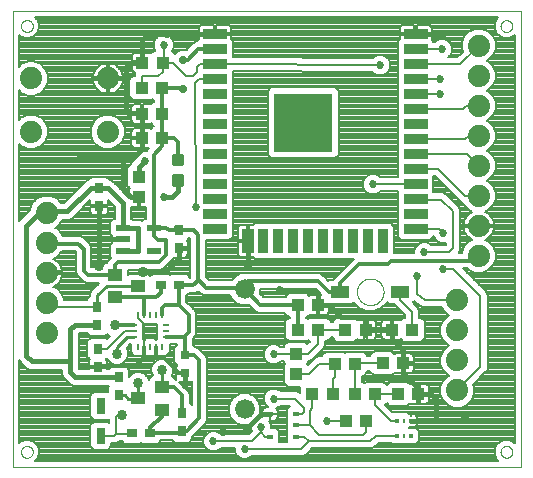
<source format=gtl>
G75*
%MOIN*%
%OFA0B0*%
%FSLAX25Y25*%
%IPPOS*%
%LPD*%
%AMOC8*
5,1,8,0,0,1.08239X$1,22.5*
%
%ADD10C,0.00000*%
%ADD11R,0.04331X0.03937*%
%ADD12R,0.07874X0.03543*%
%ADD13R,0.03937X0.07874*%
%ADD14R,0.03543X0.07874*%
%ADD15R,0.19685X0.19685*%
%ADD16C,0.07400*%
%ADD17R,0.03937X0.04331*%
%ADD18C,0.06600*%
%ADD19R,0.01575X0.01575*%
%ADD20R,0.00787X0.01575*%
%ADD21R,0.02300X0.01700*%
%ADD22R,0.05906X0.03937*%
%ADD23R,0.00984X0.01969*%
%ADD24R,0.01969X0.00984*%
%ADD25R,0.03150X0.03150*%
%ADD26R,0.03150X0.03543*%
%ADD27R,0.03150X0.05315*%
%ADD28R,0.03543X0.03150*%
%ADD29R,0.04724X0.03937*%
%ADD30R,0.04724X0.02165*%
%ADD31C,0.01181*%
%ADD32C,0.01600*%
%ADD33C,0.02700*%
%ADD34C,0.03369*%
%ADD35C,0.01200*%
%ADD36C,0.00800*%
%ADD37C,0.02778*%
%ADD38C,0.01000*%
D10*
X0001006Y0001006D02*
X0001006Y0152778D01*
X0170298Y0152778D01*
X0170298Y0001006D01*
X0001006Y0001006D01*
X0003762Y0005928D02*
X0003764Y0006016D01*
X0003770Y0006104D01*
X0003780Y0006192D01*
X0003794Y0006280D01*
X0003811Y0006366D01*
X0003833Y0006452D01*
X0003858Y0006536D01*
X0003888Y0006620D01*
X0003920Y0006702D01*
X0003957Y0006782D01*
X0003997Y0006861D01*
X0004041Y0006938D01*
X0004088Y0007013D01*
X0004138Y0007085D01*
X0004192Y0007156D01*
X0004248Y0007223D01*
X0004308Y0007289D01*
X0004370Y0007351D01*
X0004436Y0007411D01*
X0004503Y0007467D01*
X0004574Y0007521D01*
X0004646Y0007571D01*
X0004721Y0007618D01*
X0004798Y0007662D01*
X0004877Y0007702D01*
X0004957Y0007739D01*
X0005039Y0007771D01*
X0005123Y0007801D01*
X0005207Y0007826D01*
X0005293Y0007848D01*
X0005379Y0007865D01*
X0005467Y0007879D01*
X0005555Y0007889D01*
X0005643Y0007895D01*
X0005731Y0007897D01*
X0005819Y0007895D01*
X0005907Y0007889D01*
X0005995Y0007879D01*
X0006083Y0007865D01*
X0006169Y0007848D01*
X0006255Y0007826D01*
X0006339Y0007801D01*
X0006423Y0007771D01*
X0006505Y0007739D01*
X0006585Y0007702D01*
X0006664Y0007662D01*
X0006741Y0007618D01*
X0006816Y0007571D01*
X0006888Y0007521D01*
X0006959Y0007467D01*
X0007026Y0007411D01*
X0007092Y0007351D01*
X0007154Y0007289D01*
X0007214Y0007223D01*
X0007270Y0007156D01*
X0007324Y0007085D01*
X0007374Y0007013D01*
X0007421Y0006938D01*
X0007465Y0006861D01*
X0007505Y0006782D01*
X0007542Y0006702D01*
X0007574Y0006620D01*
X0007604Y0006536D01*
X0007629Y0006452D01*
X0007651Y0006366D01*
X0007668Y0006280D01*
X0007682Y0006192D01*
X0007692Y0006104D01*
X0007698Y0006016D01*
X0007700Y0005928D01*
X0007698Y0005840D01*
X0007692Y0005752D01*
X0007682Y0005664D01*
X0007668Y0005576D01*
X0007651Y0005490D01*
X0007629Y0005404D01*
X0007604Y0005320D01*
X0007574Y0005236D01*
X0007542Y0005154D01*
X0007505Y0005074D01*
X0007465Y0004995D01*
X0007421Y0004918D01*
X0007374Y0004843D01*
X0007324Y0004771D01*
X0007270Y0004700D01*
X0007214Y0004633D01*
X0007154Y0004567D01*
X0007092Y0004505D01*
X0007026Y0004445D01*
X0006959Y0004389D01*
X0006888Y0004335D01*
X0006816Y0004285D01*
X0006741Y0004238D01*
X0006664Y0004194D01*
X0006585Y0004154D01*
X0006505Y0004117D01*
X0006423Y0004085D01*
X0006339Y0004055D01*
X0006255Y0004030D01*
X0006169Y0004008D01*
X0006083Y0003991D01*
X0005995Y0003977D01*
X0005907Y0003967D01*
X0005819Y0003961D01*
X0005731Y0003959D01*
X0005643Y0003961D01*
X0005555Y0003967D01*
X0005467Y0003977D01*
X0005379Y0003991D01*
X0005293Y0004008D01*
X0005207Y0004030D01*
X0005123Y0004055D01*
X0005039Y0004085D01*
X0004957Y0004117D01*
X0004877Y0004154D01*
X0004798Y0004194D01*
X0004721Y0004238D01*
X0004646Y0004285D01*
X0004574Y0004335D01*
X0004503Y0004389D01*
X0004436Y0004445D01*
X0004370Y0004505D01*
X0004308Y0004567D01*
X0004248Y0004633D01*
X0004192Y0004700D01*
X0004138Y0004771D01*
X0004088Y0004843D01*
X0004041Y0004918D01*
X0003997Y0004995D01*
X0003957Y0005074D01*
X0003920Y0005154D01*
X0003888Y0005236D01*
X0003858Y0005320D01*
X0003833Y0005404D01*
X0003811Y0005490D01*
X0003794Y0005576D01*
X0003780Y0005664D01*
X0003770Y0005752D01*
X0003764Y0005840D01*
X0003762Y0005928D01*
X0115769Y0059273D02*
X0115771Y0059405D01*
X0115777Y0059538D01*
X0115787Y0059670D01*
X0115801Y0059802D01*
X0115818Y0059933D01*
X0115840Y0060064D01*
X0115866Y0060194D01*
X0115895Y0060323D01*
X0115929Y0060451D01*
X0115966Y0060578D01*
X0116007Y0060704D01*
X0116051Y0060829D01*
X0116100Y0060953D01*
X0116152Y0061074D01*
X0116208Y0061195D01*
X0116267Y0061313D01*
X0116330Y0061430D01*
X0116396Y0061545D01*
X0116466Y0061657D01*
X0116539Y0061768D01*
X0116615Y0061876D01*
X0116694Y0061982D01*
X0116777Y0062086D01*
X0116863Y0062187D01*
X0116951Y0062285D01*
X0117043Y0062381D01*
X0117137Y0062474D01*
X0117234Y0062564D01*
X0117334Y0062652D01*
X0117437Y0062736D01*
X0117541Y0062817D01*
X0117649Y0062895D01*
X0117758Y0062969D01*
X0117870Y0063041D01*
X0117984Y0063109D01*
X0118099Y0063173D01*
X0118217Y0063234D01*
X0118336Y0063292D01*
X0118457Y0063346D01*
X0118580Y0063396D01*
X0118704Y0063442D01*
X0118829Y0063485D01*
X0118956Y0063524D01*
X0119084Y0063560D01*
X0119212Y0063591D01*
X0119342Y0063619D01*
X0119472Y0063642D01*
X0119603Y0063662D01*
X0119735Y0063678D01*
X0119867Y0063690D01*
X0119999Y0063698D01*
X0120132Y0063702D01*
X0120264Y0063702D01*
X0120397Y0063698D01*
X0120529Y0063690D01*
X0120661Y0063678D01*
X0120793Y0063662D01*
X0120924Y0063642D01*
X0121054Y0063619D01*
X0121184Y0063591D01*
X0121312Y0063560D01*
X0121440Y0063524D01*
X0121567Y0063485D01*
X0121692Y0063442D01*
X0121816Y0063396D01*
X0121939Y0063346D01*
X0122060Y0063292D01*
X0122179Y0063234D01*
X0122297Y0063173D01*
X0122413Y0063109D01*
X0122526Y0063041D01*
X0122638Y0062969D01*
X0122747Y0062895D01*
X0122855Y0062817D01*
X0122959Y0062736D01*
X0123062Y0062652D01*
X0123162Y0062564D01*
X0123259Y0062474D01*
X0123353Y0062381D01*
X0123445Y0062285D01*
X0123533Y0062187D01*
X0123619Y0062086D01*
X0123702Y0061982D01*
X0123781Y0061876D01*
X0123857Y0061768D01*
X0123930Y0061657D01*
X0124000Y0061545D01*
X0124066Y0061430D01*
X0124129Y0061313D01*
X0124188Y0061195D01*
X0124244Y0061074D01*
X0124296Y0060953D01*
X0124345Y0060829D01*
X0124389Y0060704D01*
X0124430Y0060578D01*
X0124467Y0060451D01*
X0124501Y0060323D01*
X0124530Y0060194D01*
X0124556Y0060064D01*
X0124578Y0059933D01*
X0124595Y0059802D01*
X0124609Y0059670D01*
X0124619Y0059538D01*
X0124625Y0059405D01*
X0124627Y0059273D01*
X0124625Y0059141D01*
X0124619Y0059008D01*
X0124609Y0058876D01*
X0124595Y0058744D01*
X0124578Y0058613D01*
X0124556Y0058482D01*
X0124530Y0058352D01*
X0124501Y0058223D01*
X0124467Y0058095D01*
X0124430Y0057968D01*
X0124389Y0057842D01*
X0124345Y0057717D01*
X0124296Y0057593D01*
X0124244Y0057472D01*
X0124188Y0057351D01*
X0124129Y0057233D01*
X0124066Y0057116D01*
X0124000Y0057001D01*
X0123930Y0056889D01*
X0123857Y0056778D01*
X0123781Y0056670D01*
X0123702Y0056564D01*
X0123619Y0056460D01*
X0123533Y0056359D01*
X0123445Y0056261D01*
X0123353Y0056165D01*
X0123259Y0056072D01*
X0123162Y0055982D01*
X0123062Y0055894D01*
X0122959Y0055810D01*
X0122855Y0055729D01*
X0122747Y0055651D01*
X0122638Y0055577D01*
X0122526Y0055505D01*
X0122412Y0055437D01*
X0122297Y0055373D01*
X0122179Y0055312D01*
X0122060Y0055254D01*
X0121939Y0055200D01*
X0121816Y0055150D01*
X0121692Y0055104D01*
X0121567Y0055061D01*
X0121440Y0055022D01*
X0121312Y0054986D01*
X0121184Y0054955D01*
X0121054Y0054927D01*
X0120924Y0054904D01*
X0120793Y0054884D01*
X0120661Y0054868D01*
X0120529Y0054856D01*
X0120397Y0054848D01*
X0120264Y0054844D01*
X0120132Y0054844D01*
X0119999Y0054848D01*
X0119867Y0054856D01*
X0119735Y0054868D01*
X0119603Y0054884D01*
X0119472Y0054904D01*
X0119342Y0054927D01*
X0119212Y0054955D01*
X0119084Y0054986D01*
X0118956Y0055022D01*
X0118829Y0055061D01*
X0118704Y0055104D01*
X0118580Y0055150D01*
X0118457Y0055200D01*
X0118336Y0055254D01*
X0118217Y0055312D01*
X0118099Y0055373D01*
X0117983Y0055437D01*
X0117870Y0055505D01*
X0117758Y0055577D01*
X0117649Y0055651D01*
X0117541Y0055729D01*
X0117437Y0055810D01*
X0117334Y0055894D01*
X0117234Y0055982D01*
X0117137Y0056072D01*
X0117043Y0056165D01*
X0116951Y0056261D01*
X0116863Y0056359D01*
X0116777Y0056460D01*
X0116694Y0056564D01*
X0116615Y0056670D01*
X0116539Y0056778D01*
X0116466Y0056889D01*
X0116396Y0057001D01*
X0116330Y0057116D01*
X0116267Y0057233D01*
X0116208Y0057351D01*
X0116152Y0057472D01*
X0116100Y0057593D01*
X0116051Y0057717D01*
X0116007Y0057842D01*
X0115966Y0057968D01*
X0115929Y0058095D01*
X0115895Y0058223D01*
X0115866Y0058352D01*
X0115840Y0058482D01*
X0115818Y0058613D01*
X0115801Y0058744D01*
X0115787Y0058876D01*
X0115777Y0059008D01*
X0115771Y0059141D01*
X0115769Y0059273D01*
X0163604Y0005928D02*
X0163606Y0006016D01*
X0163612Y0006104D01*
X0163622Y0006192D01*
X0163636Y0006280D01*
X0163653Y0006366D01*
X0163675Y0006452D01*
X0163700Y0006536D01*
X0163730Y0006620D01*
X0163762Y0006702D01*
X0163799Y0006782D01*
X0163839Y0006861D01*
X0163883Y0006938D01*
X0163930Y0007013D01*
X0163980Y0007085D01*
X0164034Y0007156D01*
X0164090Y0007223D01*
X0164150Y0007289D01*
X0164212Y0007351D01*
X0164278Y0007411D01*
X0164345Y0007467D01*
X0164416Y0007521D01*
X0164488Y0007571D01*
X0164563Y0007618D01*
X0164640Y0007662D01*
X0164719Y0007702D01*
X0164799Y0007739D01*
X0164881Y0007771D01*
X0164965Y0007801D01*
X0165049Y0007826D01*
X0165135Y0007848D01*
X0165221Y0007865D01*
X0165309Y0007879D01*
X0165397Y0007889D01*
X0165485Y0007895D01*
X0165573Y0007897D01*
X0165661Y0007895D01*
X0165749Y0007889D01*
X0165837Y0007879D01*
X0165925Y0007865D01*
X0166011Y0007848D01*
X0166097Y0007826D01*
X0166181Y0007801D01*
X0166265Y0007771D01*
X0166347Y0007739D01*
X0166427Y0007702D01*
X0166506Y0007662D01*
X0166583Y0007618D01*
X0166658Y0007571D01*
X0166730Y0007521D01*
X0166801Y0007467D01*
X0166868Y0007411D01*
X0166934Y0007351D01*
X0166996Y0007289D01*
X0167056Y0007223D01*
X0167112Y0007156D01*
X0167166Y0007085D01*
X0167216Y0007013D01*
X0167263Y0006938D01*
X0167307Y0006861D01*
X0167347Y0006782D01*
X0167384Y0006702D01*
X0167416Y0006620D01*
X0167446Y0006536D01*
X0167471Y0006452D01*
X0167493Y0006366D01*
X0167510Y0006280D01*
X0167524Y0006192D01*
X0167534Y0006104D01*
X0167540Y0006016D01*
X0167542Y0005928D01*
X0167540Y0005840D01*
X0167534Y0005752D01*
X0167524Y0005664D01*
X0167510Y0005576D01*
X0167493Y0005490D01*
X0167471Y0005404D01*
X0167446Y0005320D01*
X0167416Y0005236D01*
X0167384Y0005154D01*
X0167347Y0005074D01*
X0167307Y0004995D01*
X0167263Y0004918D01*
X0167216Y0004843D01*
X0167166Y0004771D01*
X0167112Y0004700D01*
X0167056Y0004633D01*
X0166996Y0004567D01*
X0166934Y0004505D01*
X0166868Y0004445D01*
X0166801Y0004389D01*
X0166730Y0004335D01*
X0166658Y0004285D01*
X0166583Y0004238D01*
X0166506Y0004194D01*
X0166427Y0004154D01*
X0166347Y0004117D01*
X0166265Y0004085D01*
X0166181Y0004055D01*
X0166097Y0004030D01*
X0166011Y0004008D01*
X0165925Y0003991D01*
X0165837Y0003977D01*
X0165749Y0003967D01*
X0165661Y0003961D01*
X0165573Y0003959D01*
X0165485Y0003961D01*
X0165397Y0003967D01*
X0165309Y0003977D01*
X0165221Y0003991D01*
X0165135Y0004008D01*
X0165049Y0004030D01*
X0164965Y0004055D01*
X0164881Y0004085D01*
X0164799Y0004117D01*
X0164719Y0004154D01*
X0164640Y0004194D01*
X0164563Y0004238D01*
X0164488Y0004285D01*
X0164416Y0004335D01*
X0164345Y0004389D01*
X0164278Y0004445D01*
X0164212Y0004505D01*
X0164150Y0004567D01*
X0164090Y0004633D01*
X0164034Y0004700D01*
X0163980Y0004771D01*
X0163930Y0004843D01*
X0163883Y0004918D01*
X0163839Y0004995D01*
X0163799Y0005074D01*
X0163762Y0005154D01*
X0163730Y0005236D01*
X0163700Y0005320D01*
X0163675Y0005404D01*
X0163653Y0005490D01*
X0163636Y0005576D01*
X0163622Y0005664D01*
X0163612Y0005752D01*
X0163606Y0005840D01*
X0163604Y0005928D01*
X0163604Y0147857D02*
X0163606Y0147945D01*
X0163612Y0148033D01*
X0163622Y0148121D01*
X0163636Y0148209D01*
X0163653Y0148295D01*
X0163675Y0148381D01*
X0163700Y0148465D01*
X0163730Y0148549D01*
X0163762Y0148631D01*
X0163799Y0148711D01*
X0163839Y0148790D01*
X0163883Y0148867D01*
X0163930Y0148942D01*
X0163980Y0149014D01*
X0164034Y0149085D01*
X0164090Y0149152D01*
X0164150Y0149218D01*
X0164212Y0149280D01*
X0164278Y0149340D01*
X0164345Y0149396D01*
X0164416Y0149450D01*
X0164488Y0149500D01*
X0164563Y0149547D01*
X0164640Y0149591D01*
X0164719Y0149631D01*
X0164799Y0149668D01*
X0164881Y0149700D01*
X0164965Y0149730D01*
X0165049Y0149755D01*
X0165135Y0149777D01*
X0165221Y0149794D01*
X0165309Y0149808D01*
X0165397Y0149818D01*
X0165485Y0149824D01*
X0165573Y0149826D01*
X0165661Y0149824D01*
X0165749Y0149818D01*
X0165837Y0149808D01*
X0165925Y0149794D01*
X0166011Y0149777D01*
X0166097Y0149755D01*
X0166181Y0149730D01*
X0166265Y0149700D01*
X0166347Y0149668D01*
X0166427Y0149631D01*
X0166506Y0149591D01*
X0166583Y0149547D01*
X0166658Y0149500D01*
X0166730Y0149450D01*
X0166801Y0149396D01*
X0166868Y0149340D01*
X0166934Y0149280D01*
X0166996Y0149218D01*
X0167056Y0149152D01*
X0167112Y0149085D01*
X0167166Y0149014D01*
X0167216Y0148942D01*
X0167263Y0148867D01*
X0167307Y0148790D01*
X0167347Y0148711D01*
X0167384Y0148631D01*
X0167416Y0148549D01*
X0167446Y0148465D01*
X0167471Y0148381D01*
X0167493Y0148295D01*
X0167510Y0148209D01*
X0167524Y0148121D01*
X0167534Y0148033D01*
X0167540Y0147945D01*
X0167542Y0147857D01*
X0167540Y0147769D01*
X0167534Y0147681D01*
X0167524Y0147593D01*
X0167510Y0147505D01*
X0167493Y0147419D01*
X0167471Y0147333D01*
X0167446Y0147249D01*
X0167416Y0147165D01*
X0167384Y0147083D01*
X0167347Y0147003D01*
X0167307Y0146924D01*
X0167263Y0146847D01*
X0167216Y0146772D01*
X0167166Y0146700D01*
X0167112Y0146629D01*
X0167056Y0146562D01*
X0166996Y0146496D01*
X0166934Y0146434D01*
X0166868Y0146374D01*
X0166801Y0146318D01*
X0166730Y0146264D01*
X0166658Y0146214D01*
X0166583Y0146167D01*
X0166506Y0146123D01*
X0166427Y0146083D01*
X0166347Y0146046D01*
X0166265Y0146014D01*
X0166181Y0145984D01*
X0166097Y0145959D01*
X0166011Y0145937D01*
X0165925Y0145920D01*
X0165837Y0145906D01*
X0165749Y0145896D01*
X0165661Y0145890D01*
X0165573Y0145888D01*
X0165485Y0145890D01*
X0165397Y0145896D01*
X0165309Y0145906D01*
X0165221Y0145920D01*
X0165135Y0145937D01*
X0165049Y0145959D01*
X0164965Y0145984D01*
X0164881Y0146014D01*
X0164799Y0146046D01*
X0164719Y0146083D01*
X0164640Y0146123D01*
X0164563Y0146167D01*
X0164488Y0146214D01*
X0164416Y0146264D01*
X0164345Y0146318D01*
X0164278Y0146374D01*
X0164212Y0146434D01*
X0164150Y0146496D01*
X0164090Y0146562D01*
X0164034Y0146629D01*
X0163980Y0146700D01*
X0163930Y0146772D01*
X0163883Y0146847D01*
X0163839Y0146924D01*
X0163799Y0147003D01*
X0163762Y0147083D01*
X0163730Y0147165D01*
X0163700Y0147249D01*
X0163675Y0147333D01*
X0163653Y0147419D01*
X0163636Y0147505D01*
X0163622Y0147593D01*
X0163612Y0147681D01*
X0163606Y0147769D01*
X0163604Y0147857D01*
X0003762Y0147857D02*
X0003764Y0147945D01*
X0003770Y0148033D01*
X0003780Y0148121D01*
X0003794Y0148209D01*
X0003811Y0148295D01*
X0003833Y0148381D01*
X0003858Y0148465D01*
X0003888Y0148549D01*
X0003920Y0148631D01*
X0003957Y0148711D01*
X0003997Y0148790D01*
X0004041Y0148867D01*
X0004088Y0148942D01*
X0004138Y0149014D01*
X0004192Y0149085D01*
X0004248Y0149152D01*
X0004308Y0149218D01*
X0004370Y0149280D01*
X0004436Y0149340D01*
X0004503Y0149396D01*
X0004574Y0149450D01*
X0004646Y0149500D01*
X0004721Y0149547D01*
X0004798Y0149591D01*
X0004877Y0149631D01*
X0004957Y0149668D01*
X0005039Y0149700D01*
X0005123Y0149730D01*
X0005207Y0149755D01*
X0005293Y0149777D01*
X0005379Y0149794D01*
X0005467Y0149808D01*
X0005555Y0149818D01*
X0005643Y0149824D01*
X0005731Y0149826D01*
X0005819Y0149824D01*
X0005907Y0149818D01*
X0005995Y0149808D01*
X0006083Y0149794D01*
X0006169Y0149777D01*
X0006255Y0149755D01*
X0006339Y0149730D01*
X0006423Y0149700D01*
X0006505Y0149668D01*
X0006585Y0149631D01*
X0006664Y0149591D01*
X0006741Y0149547D01*
X0006816Y0149500D01*
X0006888Y0149450D01*
X0006959Y0149396D01*
X0007026Y0149340D01*
X0007092Y0149280D01*
X0007154Y0149218D01*
X0007214Y0149152D01*
X0007270Y0149085D01*
X0007324Y0149014D01*
X0007374Y0148942D01*
X0007421Y0148867D01*
X0007465Y0148790D01*
X0007505Y0148711D01*
X0007542Y0148631D01*
X0007574Y0148549D01*
X0007604Y0148465D01*
X0007629Y0148381D01*
X0007651Y0148295D01*
X0007668Y0148209D01*
X0007682Y0148121D01*
X0007692Y0148033D01*
X0007698Y0147945D01*
X0007700Y0147857D01*
X0007698Y0147769D01*
X0007692Y0147681D01*
X0007682Y0147593D01*
X0007668Y0147505D01*
X0007651Y0147419D01*
X0007629Y0147333D01*
X0007604Y0147249D01*
X0007574Y0147165D01*
X0007542Y0147083D01*
X0007505Y0147003D01*
X0007465Y0146924D01*
X0007421Y0146847D01*
X0007374Y0146772D01*
X0007324Y0146700D01*
X0007270Y0146629D01*
X0007214Y0146562D01*
X0007154Y0146496D01*
X0007092Y0146434D01*
X0007026Y0146374D01*
X0006959Y0146318D01*
X0006888Y0146264D01*
X0006816Y0146214D01*
X0006741Y0146167D01*
X0006664Y0146123D01*
X0006585Y0146083D01*
X0006505Y0146046D01*
X0006423Y0146014D01*
X0006339Y0145984D01*
X0006255Y0145959D01*
X0006169Y0145937D01*
X0006083Y0145920D01*
X0005995Y0145906D01*
X0005907Y0145896D01*
X0005819Y0145890D01*
X0005731Y0145888D01*
X0005643Y0145890D01*
X0005555Y0145896D01*
X0005467Y0145906D01*
X0005379Y0145920D01*
X0005293Y0145937D01*
X0005207Y0145959D01*
X0005123Y0145984D01*
X0005039Y0146014D01*
X0004957Y0146046D01*
X0004877Y0146083D01*
X0004798Y0146123D01*
X0004721Y0146167D01*
X0004646Y0146214D01*
X0004574Y0146264D01*
X0004503Y0146318D01*
X0004436Y0146374D01*
X0004370Y0146434D01*
X0004308Y0146496D01*
X0004248Y0146562D01*
X0004192Y0146629D01*
X0004138Y0146700D01*
X0004088Y0146772D01*
X0004041Y0146847D01*
X0003997Y0146924D01*
X0003957Y0147003D01*
X0003920Y0147083D01*
X0003888Y0147165D01*
X0003858Y0147249D01*
X0003833Y0147333D01*
X0003811Y0147419D01*
X0003794Y0147505D01*
X0003780Y0147593D01*
X0003770Y0147681D01*
X0003764Y0147769D01*
X0003762Y0147857D01*
D11*
X0044246Y0135672D03*
X0050939Y0135672D03*
X0050719Y0127313D03*
X0044026Y0127313D03*
X0044105Y0118601D03*
X0050798Y0118601D03*
X0050770Y0110479D03*
X0044077Y0110479D03*
X0096057Y0054791D03*
X0102750Y0054791D03*
X0102776Y0046704D03*
X0096083Y0046704D03*
X0108357Y0035335D03*
X0115050Y0035335D03*
X0124408Y0035435D03*
X0131101Y0035435D03*
X0129526Y0025217D03*
X0136219Y0025217D03*
X0121713Y0025217D03*
X0115020Y0025217D03*
X0107606Y0025217D03*
X0100913Y0025217D03*
X0111957Y0016291D03*
X0118650Y0016291D03*
X0118613Y0046667D03*
X0111920Y0046667D03*
X0127420Y0046667D03*
X0134113Y0046667D03*
D12*
X0135309Y0080187D03*
X0135309Y0085187D03*
X0135309Y0090187D03*
X0135309Y0095187D03*
X0135309Y0100187D03*
X0135309Y0105187D03*
X0135309Y0110187D03*
X0135309Y0115187D03*
X0135309Y0120187D03*
X0135309Y0125187D03*
X0135309Y0130187D03*
X0135309Y0135187D03*
X0135309Y0140187D03*
X0135309Y0145187D03*
X0068380Y0145187D03*
X0068380Y0140187D03*
X0068380Y0135187D03*
X0068380Y0130187D03*
X0068380Y0125187D03*
X0068380Y0120187D03*
X0068380Y0115187D03*
X0068380Y0110187D03*
X0068380Y0105187D03*
X0068380Y0100187D03*
X0068380Y0095187D03*
X0068380Y0090187D03*
X0068380Y0085187D03*
X0068380Y0080187D03*
D13*
X0079345Y0076250D03*
D14*
X0084345Y0076250D03*
X0089345Y0076250D03*
X0094345Y0076250D03*
X0099345Y0076250D03*
X0104345Y0076250D03*
X0109345Y0076250D03*
X0114345Y0076250D03*
X0119345Y0076250D03*
X0124345Y0076250D03*
D15*
X0097908Y0115660D03*
D16*
X0149235Y0056400D03*
X0149235Y0046400D03*
X0149235Y0036400D03*
X0149235Y0026400D03*
X0156321Y0071282D03*
X0156321Y0081282D03*
X0156321Y0091282D03*
X0156321Y0101282D03*
X0156321Y0111282D03*
X0156321Y0121282D03*
X0156321Y0131282D03*
X0156321Y0141282D03*
X0032704Y0130379D03*
X0032704Y0112579D03*
X0007104Y0112579D03*
X0007104Y0130379D03*
X0012424Y0085652D03*
X0012424Y0075652D03*
X0012424Y0065652D03*
X0012424Y0055652D03*
X0012424Y0045652D03*
D17*
X0043132Y0090967D03*
X0043132Y0097660D03*
X0095503Y0038538D03*
X0095503Y0031845D03*
D18*
X0078303Y0020091D03*
X0078303Y0060091D03*
D19*
X0128941Y0016350D03*
X0128941Y0011232D03*
X0133665Y0011232D03*
X0133665Y0016350D03*
D20*
X0131303Y0016350D03*
X0131303Y0011232D03*
D21*
X0095453Y0011041D03*
X0095453Y0014741D03*
X0095453Y0018541D03*
X0086753Y0018541D03*
X0086753Y0011041D03*
D22*
X0110257Y0059273D03*
X0130139Y0059273D03*
D23*
X0050798Y0051557D03*
X0048829Y0051557D03*
X0046861Y0051557D03*
X0044892Y0051557D03*
X0042924Y0051557D03*
X0042924Y0040928D03*
X0044892Y0040928D03*
X0046861Y0040928D03*
X0048829Y0040928D03*
X0050798Y0040928D03*
D24*
X0052176Y0044274D03*
X0052176Y0046243D03*
X0052176Y0048211D03*
X0041546Y0048211D03*
X0041546Y0046243D03*
X0041546Y0044274D03*
D25*
X0058361Y0038243D03*
X0058361Y0032243D03*
D26*
X0057361Y0018743D03*
X0057361Y0012743D03*
X0036361Y0024743D03*
X0036361Y0030743D03*
X0029361Y0034243D03*
X0029361Y0040243D03*
X0029254Y0048243D03*
X0029254Y0054243D03*
X0056361Y0073743D03*
X0056361Y0079743D03*
X0029861Y0087916D03*
X0029861Y0093916D03*
D27*
X0030361Y0021243D03*
X0030361Y0011243D03*
D28*
X0040861Y0012243D03*
X0046861Y0012243D03*
X0050361Y0061636D03*
X0056361Y0061636D03*
D29*
X0042904Y0061243D03*
X0035030Y0064983D03*
X0035030Y0057502D03*
X0050798Y0027483D03*
X0050798Y0020002D03*
X0042924Y0023743D03*
D30*
X0047979Y0073002D03*
X0047979Y0080483D03*
X0037742Y0080483D03*
X0037742Y0076743D03*
X0037742Y0073002D03*
D31*
X0054746Y0097750D02*
X0057502Y0097750D01*
X0057502Y0094994D01*
X0054746Y0094994D01*
X0054746Y0097750D01*
X0054746Y0096116D02*
X0057502Y0096116D01*
X0057502Y0097238D02*
X0054746Y0097238D01*
X0054746Y0104656D02*
X0057502Y0104656D01*
X0057502Y0101900D01*
X0054746Y0101900D01*
X0054746Y0104656D01*
X0054746Y0103022D02*
X0057502Y0103022D01*
X0057502Y0104144D02*
X0054746Y0104144D01*
D32*
X0056124Y0096372D02*
X0056124Y0092739D01*
X0054156Y0090770D01*
X0051400Y0090770D01*
X0043132Y0090967D02*
X0040573Y0090967D01*
X0037620Y0093920D01*
X0037620Y0104156D01*
X0041298Y0104156D01*
X0044077Y0106935D01*
X0044077Y0110479D01*
X0044077Y0118573D01*
X0044105Y0118601D01*
X0043983Y0118723D01*
X0039589Y0118723D01*
X0038802Y0119510D01*
X0038802Y0130140D01*
X0038563Y0130379D01*
X0032704Y0130379D01*
X0038802Y0130140D02*
X0038802Y0134077D01*
X0040396Y0135672D01*
X0044246Y0135672D01*
X0044246Y0143152D01*
X0046195Y0145101D01*
X0052581Y0145101D01*
X0068294Y0145101D01*
X0068380Y0145187D01*
X0052975Y0145101D02*
X0052581Y0145101D01*
X0037620Y0104156D02*
X0023841Y0104156D01*
X0026987Y0093916D02*
X0029861Y0093916D01*
X0032617Y0093916D01*
X0037742Y0088790D01*
X0037742Y0080483D01*
X0042861Y0080483D01*
X0042861Y0073002D01*
X0037742Y0073002D01*
X0037742Y0076743D02*
X0037691Y0076794D01*
X0029845Y0076794D01*
X0029845Y0087900D01*
X0029861Y0087916D01*
X0026987Y0093916D02*
X0019117Y0086046D01*
X0012817Y0086046D01*
X0012424Y0085652D01*
X0009668Y0085652D01*
X0005337Y0081321D01*
X0005337Y0038014D01*
X0007306Y0036046D01*
X0020250Y0036046D01*
X0020250Y0046782D01*
X0021711Y0048243D01*
X0029254Y0048243D01*
X0020250Y0036046D02*
X0020250Y0032412D01*
X0021920Y0030743D01*
X0036361Y0030743D01*
X0029754Y0034636D02*
X0029361Y0034243D01*
X0058361Y0032243D02*
X0058361Y0028298D01*
X0058487Y0028172D01*
X0071085Y0012620D02*
X0077880Y0012620D01*
X0083800Y0018541D01*
X0086753Y0018541D01*
X0110455Y0050809D02*
X0117739Y0050809D01*
X0118613Y0049935D01*
X0118613Y0046667D01*
X0127420Y0046667D01*
X0127420Y0043446D01*
X0131101Y0039766D01*
X0131101Y0035435D01*
X0131101Y0032303D01*
X0136219Y0027185D01*
X0136219Y0025217D01*
X0140571Y0025217D01*
X0140573Y0025219D01*
X0141951Y0023841D01*
X0141951Y0016350D01*
X0133665Y0016350D01*
X0141951Y0016350D02*
X0150602Y0016350D01*
X0151794Y0017542D01*
X0110455Y0050809D02*
X0106473Y0054791D01*
X0102750Y0054791D01*
X0102750Y0058728D01*
X0101668Y0059810D01*
X0090037Y0059810D01*
X0089983Y0059865D01*
X0079353Y0067935D02*
X0079340Y0076246D01*
X0079345Y0076250D01*
X0056361Y0073743D02*
X0056361Y0070534D01*
X0051782Y0065955D01*
X0044557Y0065955D01*
X0047979Y0080483D02*
X0048014Y0080518D01*
X0043132Y0097660D02*
X0043132Y0101006D01*
X0045101Y0102975D01*
X0029845Y0076794D02*
X0029845Y0068227D01*
X0029648Y0068030D01*
X0135309Y0145187D02*
X0144203Y0145187D01*
X0144313Y0145298D01*
D33*
X0144313Y0145298D03*
X0144117Y0140180D03*
X0143329Y0130140D03*
X0143526Y0125219D03*
X0123447Y0134865D03*
X0121085Y0095101D03*
X0138211Y0072463D03*
X0144510Y0066951D03*
X0135652Y0064392D03*
X0144510Y0078762D03*
X0089983Y0059865D03*
X0079353Y0067935D03*
X0062030Y0087620D03*
X0051400Y0090770D03*
X0045101Y0102975D03*
X0023841Y0104156D03*
X0051400Y0141557D03*
X0052581Y0145101D03*
X0088014Y0038408D03*
X0088014Y0023644D03*
X0083683Y0014195D03*
X0078369Y0006912D03*
X0071085Y0012620D03*
X0067935Y0009471D03*
X0058487Y0028172D03*
X0105928Y0016164D03*
X0151794Y0017542D03*
D34*
X0050861Y0033243D03*
X0042861Y0028743D03*
X0035786Y0038593D03*
X0034967Y0048061D03*
X0044557Y0065955D03*
X0029648Y0068030D03*
X0037361Y0018243D03*
D35*
X0042727Y0023644D02*
X0042924Y0023841D01*
X0050798Y0027483D02*
X0054695Y0027483D01*
X0057361Y0024817D01*
X0057361Y0018743D01*
X0063211Y0017093D02*
X0063211Y0036439D01*
X0061408Y0038243D01*
X0058361Y0038243D01*
X0058361Y0044439D01*
X0058290Y0044510D01*
X0059668Y0045888D01*
X0059668Y0051597D01*
X0056321Y0054943D01*
X0056321Y0061597D01*
X0056361Y0061636D01*
X0056614Y0061383D01*
X0061243Y0061383D01*
X0062817Y0062958D01*
X0062817Y0078366D01*
X0061361Y0079822D01*
X0056440Y0079822D01*
X0056365Y0079746D01*
X0052975Y0079746D01*
X0052239Y0080483D01*
X0047979Y0080483D01*
X0048223Y0080727D01*
X0048014Y0080518D02*
X0048014Y0104967D01*
X0050770Y0107723D01*
X0050770Y0110479D01*
X0050798Y0110506D01*
X0054892Y0110506D01*
X0056124Y0109274D01*
X0056124Y0103278D01*
X0050798Y0110506D02*
X0050798Y0118601D01*
X0050798Y0127235D01*
X0050719Y0127313D01*
X0057376Y0127313D01*
X0057896Y0126794D01*
X0057896Y0136636D02*
X0059317Y0136636D01*
X0062869Y0140187D01*
X0068380Y0140187D01*
X0055376Y0080727D02*
X0056361Y0079743D01*
X0056365Y0079746D01*
X0052254Y0076546D02*
X0049554Y0076546D01*
X0048176Y0077924D01*
X0048176Y0080286D01*
X0047979Y0080483D01*
X0052254Y0076546D02*
X0052254Y0071636D01*
X0049680Y0069061D01*
X0035959Y0069061D01*
X0035030Y0068132D01*
X0035030Y0064983D01*
X0032207Y0064983D01*
X0032170Y0064946D01*
X0026043Y0064946D01*
X0024628Y0066361D01*
X0024628Y0073593D01*
X0022880Y0075341D01*
X0012735Y0075341D01*
X0012424Y0075652D01*
X0035030Y0057502D02*
X0035156Y0057376D01*
X0045101Y0057376D01*
X0044892Y0057168D01*
X0044892Y0051557D01*
X0041546Y0048211D02*
X0035117Y0048211D01*
X0044892Y0040928D02*
X0044892Y0037620D01*
X0048694Y0037620D01*
X0048753Y0037562D01*
X0048753Y0040851D01*
X0048829Y0040928D01*
X0048753Y0037562D02*
X0051072Y0037562D01*
X0056392Y0032243D01*
X0058361Y0032243D01*
X0058290Y0044313D02*
X0058093Y0044313D01*
X0058290Y0044510D01*
X0058093Y0044313D02*
X0052215Y0044313D01*
X0052176Y0044274D01*
X0050798Y0051557D02*
X0050798Y0053947D01*
X0051794Y0054943D01*
X0056321Y0054943D01*
X0050361Y0058908D02*
X0048829Y0057376D01*
X0045101Y0057376D01*
X0050361Y0058908D02*
X0050361Y0061636D01*
X0062817Y0062958D02*
X0062944Y0063084D01*
X0065376Y0060652D01*
X0077713Y0060652D01*
X0078303Y0060061D01*
X0078303Y0060091D01*
X0078303Y0061666D01*
X0079454Y0062817D01*
X0102776Y0062817D01*
X0106320Y0059273D01*
X0110257Y0059273D01*
X0110257Y0062225D01*
X0116590Y0068558D01*
X0126039Y0068558D01*
X0127187Y0069707D01*
X0154746Y0069707D01*
X0156321Y0071282D01*
X0096057Y0054791D02*
X0096057Y0050854D01*
X0096083Y0050828D01*
X0096083Y0046704D01*
X0096057Y0054791D02*
X0083603Y0054791D01*
X0078303Y0060091D01*
X0044892Y0037620D02*
X0044892Y0037557D01*
X0041971Y0034636D01*
X0029754Y0034636D01*
X0046861Y0014285D02*
X0046861Y0012243D01*
X0046967Y0012349D01*
X0056967Y0012349D01*
X0057361Y0012743D01*
X0057451Y0012833D01*
X0058951Y0012833D01*
X0063211Y0017093D01*
X0050798Y0017482D02*
X0046861Y0014285D01*
X0050798Y0017482D02*
X0050798Y0020002D01*
D36*
X0050542Y0009749D02*
X0054179Y0009749D01*
X0054957Y0008971D01*
X0059764Y0008971D01*
X0060935Y0010142D01*
X0060935Y0011140D01*
X0061155Y0011360D01*
X0064684Y0014889D01*
X0065415Y0015620D01*
X0065811Y0016576D01*
X0065811Y0036957D01*
X0065415Y0037912D01*
X0062881Y0040447D01*
X0061925Y0040843D01*
X0061739Y0040843D01*
X0060961Y0041621D01*
X0060961Y0043504D01*
X0061140Y0043684D01*
X0061872Y0044415D01*
X0062268Y0045371D01*
X0062268Y0052114D01*
X0061872Y0053070D01*
X0061140Y0053801D01*
X0058921Y0056020D01*
X0058921Y0058061D01*
X0058961Y0058061D01*
X0059682Y0058783D01*
X0061760Y0058783D01*
X0062715Y0059179D01*
X0062944Y0059407D01*
X0063172Y0059179D01*
X0063904Y0058448D01*
X0064859Y0058052D01*
X0073411Y0058052D01*
X0073810Y0057089D01*
X0075301Y0055598D01*
X0077249Y0054791D01*
X0079357Y0054791D01*
X0079760Y0054958D01*
X0081399Y0053319D01*
X0082130Y0052587D01*
X0083086Y0052191D01*
X0091891Y0052191D01*
X0091891Y0051994D01*
X0093063Y0050823D01*
X0093457Y0050823D01*
X0093457Y0050672D01*
X0093089Y0050672D01*
X0091917Y0049501D01*
X0091917Y0043907D01*
X0093089Y0042735D01*
X0099076Y0042735D01*
X0099429Y0043088D01*
X0099782Y0042735D01*
X0100244Y0042735D01*
X0099256Y0041747D01*
X0098300Y0042703D01*
X0092706Y0042703D01*
X0091535Y0041532D01*
X0091535Y0040938D01*
X0090222Y0040938D01*
X0089912Y0041248D01*
X0088681Y0041758D01*
X0087348Y0041758D01*
X0086117Y0041248D01*
X0085174Y0040305D01*
X0084664Y0039074D01*
X0084664Y0037742D01*
X0085174Y0036510D01*
X0086117Y0035568D01*
X0087348Y0035058D01*
X0088681Y0035058D01*
X0089912Y0035568D01*
X0090482Y0036138D01*
X0091535Y0036138D01*
X0091535Y0035544D01*
X0091887Y0035191D01*
X0091535Y0034839D01*
X0091535Y0028851D01*
X0092706Y0027680D01*
X0096748Y0027680D01*
X0096748Y0025546D01*
X0096616Y0025679D01*
X0095734Y0026044D01*
X0090352Y0026044D01*
X0089912Y0026484D01*
X0088681Y0026994D01*
X0087348Y0026994D01*
X0086117Y0026484D01*
X0085174Y0025542D01*
X0084664Y0024310D01*
X0084664Y0022978D01*
X0085174Y0021746D01*
X0086117Y0020804D01*
X0086147Y0020791D01*
X0085419Y0020791D01*
X0085063Y0020696D01*
X0084744Y0020512D01*
X0084483Y0020251D01*
X0084299Y0019932D01*
X0084203Y0019576D01*
X0084203Y0018566D01*
X0086728Y0018566D01*
X0086728Y0018516D01*
X0086778Y0018516D01*
X0086778Y0016291D01*
X0088087Y0016291D01*
X0088444Y0016387D01*
X0088763Y0016571D01*
X0089023Y0016832D01*
X0089208Y0017151D01*
X0089303Y0017507D01*
X0089303Y0018516D01*
X0086778Y0018516D01*
X0086778Y0018566D01*
X0089303Y0018566D01*
X0089303Y0019576D01*
X0089208Y0019932D01*
X0089023Y0020251D01*
X0088892Y0020382D01*
X0089912Y0020804D01*
X0090352Y0021244D01*
X0093327Y0021244D01*
X0092303Y0020220D01*
X0092303Y0016863D01*
X0092525Y0016641D01*
X0092303Y0016420D01*
X0092303Y0013063D01*
X0092475Y0012891D01*
X0092303Y0012720D01*
X0092303Y0009363D01*
X0092354Y0009312D01*
X0089852Y0009312D01*
X0089903Y0009363D01*
X0089903Y0012720D01*
X0088732Y0013891D01*
X0087033Y0013891D01*
X0087033Y0014862D01*
X0086523Y0016093D01*
X0086325Y0016291D01*
X0086728Y0016291D01*
X0086728Y0018516D01*
X0084203Y0018516D01*
X0084203Y0017545D01*
X0083017Y0017545D01*
X0082979Y0017529D01*
X0083603Y0019037D01*
X0083603Y0021146D01*
X0082796Y0023094D01*
X0081305Y0024584D01*
X0079357Y0025391D01*
X0077249Y0025391D01*
X0075301Y0024584D01*
X0073810Y0023094D01*
X0073003Y0021146D01*
X0073003Y0019037D01*
X0073810Y0017089D01*
X0075301Y0015598D01*
X0077249Y0014791D01*
X0079357Y0014791D01*
X0080500Y0015265D01*
X0080333Y0014862D01*
X0080333Y0013529D01*
X0080644Y0012779D01*
X0079737Y0011871D01*
X0070273Y0011871D01*
X0069833Y0012311D01*
X0068602Y0012821D01*
X0067269Y0012821D01*
X0066038Y0012311D01*
X0065095Y0011368D01*
X0064585Y0010137D01*
X0064585Y0008805D01*
X0065095Y0007573D01*
X0066038Y0006631D01*
X0067269Y0006121D01*
X0068602Y0006121D01*
X0069833Y0006631D01*
X0070273Y0007071D01*
X0075019Y0007071D01*
X0075019Y0006245D01*
X0075529Y0005014D01*
X0076471Y0004072D01*
X0077702Y0003562D01*
X0079035Y0003562D01*
X0080266Y0004072D01*
X0080706Y0004512D01*
X0097744Y0004512D01*
X0098626Y0004877D01*
X0099301Y0005552D01*
X0100819Y0007071D01*
X0120685Y0007071D01*
X0121567Y0007436D01*
X0122963Y0008832D01*
X0126938Y0008832D01*
X0127325Y0008445D01*
X0135281Y0008445D01*
X0136453Y0009616D01*
X0136453Y0012848D01*
X0135281Y0014020D01*
X0132982Y0014020D01*
X0133125Y0014163D01*
X0133665Y0014163D01*
X0133665Y0014703D01*
X0133665Y0014703D01*
X0133665Y0014163D01*
X0134637Y0014163D01*
X0134993Y0014258D01*
X0135312Y0014443D01*
X0135573Y0014703D01*
X0135757Y0015023D01*
X0135853Y0015379D01*
X0135853Y0016350D01*
X0133697Y0016350D01*
X0133697Y0016350D01*
X0135853Y0016350D01*
X0135853Y0017322D01*
X0135757Y0017678D01*
X0135573Y0017997D01*
X0135312Y0018258D01*
X0134993Y0018442D01*
X0134637Y0018538D01*
X0133665Y0018538D01*
X0133125Y0018538D01*
X0132525Y0019138D01*
X0127579Y0019138D01*
X0125088Y0021629D01*
X0125619Y0022161D01*
X0126532Y0021248D01*
X0132520Y0021248D01*
X0133324Y0022053D01*
X0133513Y0021943D01*
X0133869Y0021848D01*
X0135819Y0021848D01*
X0135819Y0024816D01*
X0136619Y0024816D01*
X0136619Y0021848D01*
X0138569Y0021848D01*
X0138925Y0021943D01*
X0139244Y0022128D01*
X0139505Y0022388D01*
X0139689Y0022708D01*
X0139784Y0023064D01*
X0139784Y0024817D01*
X0136619Y0024817D01*
X0136619Y0025616D01*
X0139784Y0025616D01*
X0139784Y0027369D01*
X0139689Y0027725D01*
X0139505Y0028045D01*
X0139244Y0028305D01*
X0138925Y0028490D01*
X0138569Y0028585D01*
X0136619Y0028585D01*
X0136619Y0025617D01*
X0135819Y0025617D01*
X0135819Y0028585D01*
X0133869Y0028585D01*
X0133513Y0028490D01*
X0133324Y0028381D01*
X0132520Y0029185D01*
X0126532Y0029185D01*
X0125619Y0028272D01*
X0124706Y0029185D01*
X0118719Y0029185D01*
X0118366Y0028832D01*
X0118013Y0029185D01*
X0117450Y0029185D01*
X0117450Y0031367D01*
X0118043Y0031367D01*
X0119215Y0032538D01*
X0119215Y0033035D01*
X0120243Y0033035D01*
X0120243Y0032638D01*
X0121414Y0031467D01*
X0127402Y0031467D01*
X0128206Y0032271D01*
X0128395Y0032162D01*
X0128751Y0032067D01*
X0130701Y0032067D01*
X0130701Y0035035D01*
X0131501Y0035035D01*
X0131501Y0032067D01*
X0133450Y0032067D01*
X0133807Y0032162D01*
X0134126Y0032347D01*
X0134386Y0032607D01*
X0134571Y0032927D01*
X0134666Y0033283D01*
X0134666Y0035035D01*
X0131501Y0035035D01*
X0131501Y0035835D01*
X0134666Y0035835D01*
X0134666Y0037588D01*
X0134571Y0037944D01*
X0134386Y0038264D01*
X0134126Y0038524D01*
X0133807Y0038709D01*
X0133450Y0038804D01*
X0131501Y0038804D01*
X0131501Y0035835D01*
X0130701Y0035835D01*
X0130701Y0038804D01*
X0128751Y0038804D01*
X0128395Y0038709D01*
X0128206Y0038599D01*
X0127402Y0039404D01*
X0121414Y0039404D01*
X0120243Y0038232D01*
X0120243Y0037835D01*
X0119215Y0037835D01*
X0119215Y0038132D01*
X0118043Y0039304D01*
X0112056Y0039304D01*
X0111703Y0038951D01*
X0111350Y0039304D01*
X0105363Y0039304D01*
X0104191Y0038132D01*
X0104191Y0037735D01*
X0102651Y0037735D01*
X0101769Y0037370D01*
X0099355Y0034956D01*
X0099119Y0035191D01*
X0099472Y0035544D01*
X0099472Y0036138D01*
X0099918Y0036138D01*
X0100800Y0036503D01*
X0104810Y0040514D01*
X0105176Y0041396D01*
X0105176Y0042735D01*
X0105769Y0042735D01*
X0106941Y0043907D01*
X0106941Y0044304D01*
X0107755Y0044304D01*
X0107755Y0043870D01*
X0108927Y0042698D01*
X0114914Y0042698D01*
X0115719Y0043503D01*
X0115908Y0043394D01*
X0116264Y0043298D01*
X0118213Y0043298D01*
X0118213Y0046267D01*
X0119013Y0046267D01*
X0119013Y0043298D01*
X0120963Y0043298D01*
X0121319Y0043394D01*
X0121638Y0043578D01*
X0121899Y0043839D01*
X0122083Y0044158D01*
X0122179Y0044514D01*
X0122179Y0046267D01*
X0119013Y0046267D01*
X0119013Y0047067D01*
X0118213Y0047067D01*
X0118213Y0050035D01*
X0116264Y0050035D01*
X0115908Y0049940D01*
X0115719Y0049831D01*
X0114914Y0050635D01*
X0108927Y0050635D01*
X0107755Y0049464D01*
X0107755Y0049104D01*
X0106941Y0049104D01*
X0106941Y0049501D01*
X0105769Y0050672D01*
X0099782Y0050672D01*
X0099429Y0050320D01*
X0099076Y0050672D01*
X0098683Y0050672D01*
X0098683Y0050823D01*
X0099050Y0050823D01*
X0099855Y0051627D01*
X0100044Y0051518D01*
X0100400Y0051423D01*
X0102350Y0051423D01*
X0102350Y0054391D01*
X0103150Y0054391D01*
X0103150Y0055191D01*
X0106315Y0055191D01*
X0106315Y0055465D01*
X0106476Y0055305D01*
X0114038Y0055305D01*
X0115074Y0055305D01*
X0114747Y0055631D02*
X0116556Y0053823D01*
X0118919Y0052844D01*
X0121476Y0052844D01*
X0123839Y0053823D01*
X0125648Y0055631D01*
X0125760Y0055902D01*
X0126357Y0055305D01*
X0125322Y0055305D01*
X0126357Y0055305D02*
X0128043Y0055305D01*
X0128104Y0055158D01*
X0128779Y0054483D01*
X0131713Y0051548D01*
X0131713Y0050635D01*
X0131120Y0050635D01*
X0130315Y0049831D01*
X0130126Y0049940D01*
X0129770Y0050035D01*
X0127820Y0050035D01*
X0127820Y0047067D01*
X0127020Y0047067D01*
X0127020Y0046267D01*
X0123855Y0046267D01*
X0123855Y0044514D01*
X0123951Y0044158D01*
X0124135Y0043839D01*
X0124395Y0043578D01*
X0124715Y0043394D01*
X0125071Y0043298D01*
X0127020Y0043298D01*
X0127020Y0046267D01*
X0127820Y0046267D01*
X0127820Y0043298D01*
X0129770Y0043298D01*
X0130126Y0043394D01*
X0130315Y0043503D01*
X0131120Y0042698D01*
X0137107Y0042698D01*
X0138279Y0043870D01*
X0138279Y0049464D01*
X0137107Y0050635D01*
X0136513Y0050635D01*
X0136513Y0053020D01*
X0136148Y0053902D01*
X0135473Y0054577D01*
X0134333Y0055717D01*
X0134777Y0056162D01*
X0136841Y0054688D01*
X0137026Y0054498D01*
X0137225Y0054413D01*
X0137401Y0054288D01*
X0137660Y0054228D01*
X0137904Y0054123D01*
X0138121Y0054121D01*
X0138332Y0054072D01*
X0138594Y0054116D01*
X0144036Y0054057D01*
X0144402Y0053171D01*
X0146006Y0051568D01*
X0146411Y0051400D01*
X0146006Y0051232D01*
X0144402Y0049629D01*
X0143535Y0047534D01*
X0143535Y0045266D01*
X0144402Y0043171D01*
X0146006Y0041568D01*
X0146411Y0041400D01*
X0146006Y0041232D01*
X0144402Y0039629D01*
X0143535Y0037534D01*
X0143535Y0035266D01*
X0144402Y0033171D01*
X0146006Y0031568D01*
X0146411Y0031400D01*
X0146006Y0031232D01*
X0144402Y0029629D01*
X0143535Y0027534D01*
X0143535Y0025266D01*
X0144402Y0023171D01*
X0146006Y0021568D01*
X0148101Y0020700D01*
X0150368Y0020700D01*
X0152463Y0021568D01*
X0154067Y0023171D01*
X0154935Y0025266D01*
X0154935Y0027534D01*
X0154591Y0028363D01*
X0158271Y0032043D01*
X0158946Y0032718D01*
X0159312Y0033600D01*
X0159312Y0058373D01*
X0158946Y0059256D01*
X0151095Y0067107D01*
X0152435Y0067107D01*
X0153092Y0066450D01*
X0155187Y0065582D01*
X0157455Y0065582D01*
X0159550Y0066450D01*
X0161153Y0068053D01*
X0162021Y0070148D01*
X0162021Y0072416D01*
X0161153Y0074511D01*
X0159550Y0076114D01*
X0158371Y0076602D01*
X0158994Y0076920D01*
X0159644Y0077392D01*
X0160211Y0077959D01*
X0160683Y0078609D01*
X0161048Y0079324D01*
X0161296Y0080088D01*
X0161421Y0080880D01*
X0161421Y0080882D01*
X0156721Y0080882D01*
X0156721Y0081682D01*
X0161421Y0081682D01*
X0161421Y0081683D01*
X0161296Y0082476D01*
X0161048Y0083240D01*
X0160683Y0083955D01*
X0160211Y0084604D01*
X0159644Y0085172D01*
X0158994Y0085644D01*
X0158371Y0085961D01*
X0159550Y0086450D01*
X0161153Y0088053D01*
X0162021Y0090148D01*
X0162021Y0092416D01*
X0161153Y0094511D01*
X0159550Y0096114D01*
X0159145Y0096282D01*
X0159550Y0096450D01*
X0161153Y0098053D01*
X0162021Y0100148D01*
X0162021Y0102416D01*
X0161153Y0104511D01*
X0159550Y0106114D01*
X0159145Y0106282D01*
X0159550Y0106450D01*
X0161153Y0108053D01*
X0162021Y0110148D01*
X0162021Y0112416D01*
X0161153Y0114511D01*
X0159550Y0116114D01*
X0159145Y0116282D01*
X0159550Y0116450D01*
X0161153Y0118053D01*
X0162021Y0120148D01*
X0162021Y0122416D01*
X0161153Y0124511D01*
X0159550Y0126114D01*
X0159145Y0126282D01*
X0159550Y0126450D01*
X0161153Y0128053D01*
X0162021Y0130148D01*
X0162021Y0132416D01*
X0161153Y0134511D01*
X0159550Y0136114D01*
X0159145Y0136282D01*
X0159550Y0136450D01*
X0161153Y0138053D01*
X0162021Y0140148D01*
X0162021Y0142416D01*
X0161153Y0144511D01*
X0159550Y0146114D01*
X0157455Y0146982D01*
X0155187Y0146982D01*
X0153092Y0146114D01*
X0151489Y0144511D01*
X0150621Y0142416D01*
X0150621Y0140148D01*
X0150965Y0139319D01*
X0149233Y0137587D01*
X0146262Y0137587D01*
X0146957Y0138282D01*
X0147467Y0139513D01*
X0147467Y0140846D01*
X0146957Y0142077D01*
X0146014Y0143020D01*
X0144783Y0143530D01*
X0143450Y0143530D01*
X0142219Y0143020D01*
X0141787Y0142587D01*
X0141246Y0142587D01*
X0141246Y0142787D01*
X0140646Y0143387D01*
X0140646Y0144787D01*
X0135709Y0144787D01*
X0135709Y0145587D01*
X0134909Y0145587D01*
X0134909Y0144787D01*
X0129972Y0144787D01*
X0129972Y0143387D01*
X0129372Y0142787D01*
X0129372Y0097587D01*
X0123336Y0097587D01*
X0122983Y0097941D01*
X0121751Y0098451D01*
X0120419Y0098451D01*
X0119187Y0097941D01*
X0118245Y0096998D01*
X0117735Y0095767D01*
X0117735Y0094434D01*
X0118245Y0093203D01*
X0119187Y0092261D01*
X0120419Y0091751D01*
X0121751Y0091751D01*
X0122983Y0092261D01*
X0123509Y0092787D01*
X0129372Y0092787D01*
X0129372Y0077587D01*
X0130544Y0076416D01*
X0140075Y0076416D01*
X0141246Y0077587D01*
X0141246Y0077787D01*
X0141288Y0077787D01*
X0141670Y0076865D01*
X0140524Y0076865D01*
X0141246Y0077663D02*
X0141339Y0077663D01*
X0141670Y0076865D02*
X0142613Y0075922D01*
X0143844Y0075412D01*
X0145177Y0075412D01*
X0145457Y0075528D01*
X0145457Y0074863D01*
X0140549Y0074863D01*
X0140109Y0075303D01*
X0138877Y0075813D01*
X0137545Y0075813D01*
X0136313Y0075303D01*
X0135371Y0074361D01*
X0134861Y0073129D01*
X0134861Y0072307D01*
X0128117Y0072307D01*
X0128117Y0081016D01*
X0126945Y0082187D01*
X0081745Y0082187D01*
X0081145Y0081587D01*
X0079745Y0081587D01*
X0079745Y0076650D01*
X0078945Y0076650D01*
X0078945Y0075850D01*
X0079745Y0075850D01*
X0079745Y0070913D01*
X0081145Y0070913D01*
X0081745Y0070313D01*
X0114668Y0070313D01*
X0108053Y0063698D01*
X0107864Y0063242D01*
X0106476Y0063242D01*
X0106252Y0063018D01*
X0104981Y0064289D01*
X0104249Y0065021D01*
X0103294Y0065417D01*
X0078936Y0065417D01*
X0078876Y0065391D01*
X0077249Y0065391D01*
X0075301Y0064584D01*
X0073968Y0063252D01*
X0066453Y0063252D01*
X0065417Y0064288D01*
X0065417Y0076416D01*
X0073146Y0076416D01*
X0074317Y0077587D01*
X0074317Y0132753D01*
X0121096Y0132478D01*
X0121550Y0132025D01*
X0122781Y0131515D01*
X0124114Y0131515D01*
X0125345Y0132025D01*
X0126287Y0132967D01*
X0126797Y0134198D01*
X0126797Y0135531D01*
X0126287Y0136762D01*
X0125345Y0137705D01*
X0124114Y0138215D01*
X0122781Y0138215D01*
X0121550Y0137705D01*
X0121123Y0137278D01*
X0074317Y0137553D01*
X0074317Y0142787D01*
X0073717Y0143387D01*
X0073717Y0144787D01*
X0068780Y0144787D01*
X0068780Y0145587D01*
X0073717Y0145587D01*
X0073717Y0147143D01*
X0073622Y0147499D01*
X0073438Y0147819D01*
X0073177Y0148079D01*
X0072858Y0148264D01*
X0072502Y0148359D01*
X0068780Y0148359D01*
X0068780Y0145587D01*
X0067980Y0145587D01*
X0067980Y0144787D01*
X0063043Y0144787D01*
X0063043Y0143387D01*
X0062443Y0142787D01*
X0062351Y0142787D01*
X0061396Y0142392D01*
X0058895Y0139891D01*
X0058570Y0140025D01*
X0057222Y0140025D01*
X0055976Y0139509D01*
X0055023Y0138556D01*
X0055021Y0138552D01*
X0054077Y0139497D01*
X0054240Y0139660D01*
X0054750Y0140891D01*
X0054750Y0142224D01*
X0054240Y0143455D01*
X0053298Y0144397D01*
X0052066Y0144907D01*
X0050734Y0144907D01*
X0049502Y0144397D01*
X0048560Y0143455D01*
X0048050Y0142224D01*
X0048050Y0140891D01*
X0048560Y0139660D01*
X0048580Y0139640D01*
X0047946Y0139640D01*
X0047141Y0138836D01*
X0046952Y0138945D01*
X0046596Y0139040D01*
X0044646Y0139040D01*
X0044646Y0136072D01*
X0043846Y0136072D01*
X0043846Y0135272D01*
X0040681Y0135272D01*
X0040681Y0133519D01*
X0040777Y0133163D01*
X0040961Y0132844D01*
X0041221Y0132583D01*
X0041541Y0132399D01*
X0041897Y0132303D01*
X0041917Y0132303D01*
X0041626Y0131602D01*
X0041626Y0131282D01*
X0041032Y0131282D01*
X0039861Y0130110D01*
X0039861Y0124516D01*
X0041032Y0123345D01*
X0047020Y0123345D01*
X0047372Y0123698D01*
X0047725Y0123345D01*
X0048198Y0123345D01*
X0048198Y0122569D01*
X0047804Y0122569D01*
X0046999Y0121765D01*
X0046810Y0121874D01*
X0046454Y0121969D01*
X0044505Y0121969D01*
X0044505Y0119001D01*
X0043705Y0119001D01*
X0043705Y0121969D01*
X0041755Y0121969D01*
X0041399Y0121874D01*
X0041080Y0121690D01*
X0040819Y0121429D01*
X0040635Y0121110D01*
X0040539Y0120754D01*
X0040539Y0119001D01*
X0043705Y0119001D01*
X0043705Y0118201D01*
X0044505Y0118201D01*
X0044505Y0115232D01*
X0046454Y0115232D01*
X0046810Y0115328D01*
X0046999Y0115437D01*
X0047804Y0114632D01*
X0048198Y0114632D01*
X0048198Y0114447D01*
X0047776Y0114447D01*
X0046972Y0113643D01*
X0046783Y0113752D01*
X0046427Y0113847D01*
X0044477Y0113847D01*
X0044477Y0110879D01*
X0043677Y0110879D01*
X0043677Y0113847D01*
X0041727Y0113847D01*
X0041371Y0113752D01*
X0041052Y0113568D01*
X0040792Y0113307D01*
X0040607Y0112988D01*
X0040512Y0112632D01*
X0040512Y0110879D01*
X0043677Y0110879D01*
X0043677Y0110079D01*
X0040512Y0110079D01*
X0040512Y0108326D01*
X0040607Y0107970D01*
X0040792Y0107651D01*
X0041052Y0107390D01*
X0041371Y0107206D01*
X0041727Y0107110D01*
X0043677Y0107110D01*
X0043677Y0110079D01*
X0044477Y0110079D01*
X0044477Y0107110D01*
X0046427Y0107110D01*
X0046500Y0107130D01*
X0045810Y0106440D01*
X0045762Y0106325D01*
X0044434Y0106325D01*
X0043203Y0105815D01*
X0042261Y0104872D01*
X0041751Y0103641D01*
X0041751Y0103585D01*
X0040759Y0102592D01*
X0040441Y0101825D01*
X0040335Y0101825D01*
X0039164Y0100654D01*
X0039164Y0094666D01*
X0039968Y0093862D01*
X0039859Y0093673D01*
X0039764Y0093317D01*
X0039764Y0091367D01*
X0042732Y0091367D01*
X0042732Y0090567D01*
X0039925Y0090567D01*
X0034990Y0095502D01*
X0034203Y0096289D01*
X0033279Y0096672D01*
X0032264Y0097687D01*
X0027457Y0097687D01*
X0026486Y0096716D01*
X0026430Y0096716D01*
X0025401Y0096289D01*
X0024613Y0095502D01*
X0017957Y0088846D01*
X0017270Y0088846D01*
X0017256Y0088881D01*
X0015652Y0090484D01*
X0013557Y0091352D01*
X0011290Y0091352D01*
X0009195Y0090484D01*
X0007591Y0088881D01*
X0006724Y0086786D01*
X0006724Y0086668D01*
X0003006Y0082950D01*
X0003006Y0108615D01*
X0003875Y0107747D01*
X0005970Y0106879D01*
X0008238Y0106879D01*
X0010333Y0107747D01*
X0011936Y0109350D01*
X0012804Y0111445D01*
X0012804Y0113713D01*
X0011936Y0115808D01*
X0010333Y0117411D01*
X0008238Y0118279D01*
X0005970Y0118279D01*
X0003875Y0117411D01*
X0003006Y0116542D01*
X0003006Y0126415D01*
X0003875Y0125547D01*
X0005970Y0124679D01*
X0008238Y0124679D01*
X0010333Y0125547D01*
X0011936Y0127150D01*
X0012804Y0129245D01*
X0012804Y0131513D01*
X0011936Y0133608D01*
X0010333Y0135211D01*
X0008238Y0136079D01*
X0005970Y0136079D01*
X0003875Y0135211D01*
X0003006Y0134342D01*
X0003006Y0144969D01*
X0003483Y0144492D01*
X0004941Y0143888D01*
X0006520Y0143888D01*
X0007979Y0144492D01*
X0009095Y0145609D01*
X0009699Y0147067D01*
X0009699Y0148646D01*
X0009095Y0150105D01*
X0008422Y0150778D01*
X0162882Y0150778D01*
X0162209Y0150105D01*
X0161605Y0148646D01*
X0161605Y0147067D01*
X0162209Y0145609D01*
X0163325Y0144492D01*
X0164784Y0143888D01*
X0166363Y0143888D01*
X0167821Y0144492D01*
X0168298Y0144969D01*
X0168298Y0008815D01*
X0167821Y0009292D01*
X0166363Y0009896D01*
X0164784Y0009896D01*
X0163325Y0009292D01*
X0162209Y0008176D01*
X0161605Y0006717D01*
X0161605Y0005138D01*
X0162209Y0003680D01*
X0162882Y0003006D01*
X0008422Y0003006D01*
X0009095Y0003680D01*
X0009699Y0005138D01*
X0009699Y0006717D01*
X0009095Y0008176D01*
X0007979Y0009292D01*
X0006520Y0009896D01*
X0004941Y0009896D01*
X0003483Y0009292D01*
X0003006Y0008815D01*
X0003006Y0036385D01*
X0004932Y0034460D01*
X0005719Y0033672D01*
X0006749Y0033246D01*
X0017450Y0033246D01*
X0017450Y0031855D01*
X0017877Y0030826D01*
X0018664Y0030038D01*
X0020334Y0028369D01*
X0021363Y0027943D01*
X0032986Y0027943D01*
X0033186Y0027743D01*
X0032786Y0027343D01*
X0032786Y0025878D01*
X0032764Y0025900D01*
X0027957Y0025900D01*
X0026786Y0024728D01*
X0026786Y0017757D01*
X0027957Y0016585D01*
X0032764Y0016585D01*
X0033189Y0017010D01*
X0033189Y0015475D01*
X0032764Y0015900D01*
X0027957Y0015900D01*
X0026786Y0014728D01*
X0026786Y0007757D01*
X0027957Y0006585D01*
X0032764Y0006585D01*
X0033935Y0007757D01*
X0033935Y0008843D01*
X0035279Y0008843D01*
X0036161Y0009208D01*
X0036546Y0009593D01*
X0037336Y0009593D01*
X0038261Y0008668D01*
X0043461Y0008668D01*
X0043861Y0009068D01*
X0044261Y0008668D01*
X0049461Y0008668D01*
X0050542Y0009749D01*
X0049784Y0008991D02*
X0054937Y0008991D01*
X0059784Y0008991D02*
X0064585Y0008991D01*
X0064585Y0009790D02*
X0060583Y0009790D01*
X0060935Y0010588D02*
X0064772Y0010588D01*
X0065114Y0011387D02*
X0061182Y0011387D01*
X0061981Y0012185D02*
X0065912Y0012185D01*
X0063578Y0013782D02*
X0080333Y0013782D01*
X0080333Y0014581D02*
X0064376Y0014581D01*
X0065175Y0015380D02*
X0075829Y0015380D01*
X0074721Y0016178D02*
X0065646Y0016178D01*
X0065811Y0016977D02*
X0073923Y0016977D01*
X0073526Y0017775D02*
X0065811Y0017775D01*
X0065811Y0018574D02*
X0073195Y0018574D01*
X0073003Y0019372D02*
X0065811Y0019372D01*
X0065811Y0020171D02*
X0073003Y0020171D01*
X0073003Y0020969D02*
X0065811Y0020969D01*
X0065811Y0021768D02*
X0073261Y0021768D01*
X0073592Y0022566D02*
X0065811Y0022566D01*
X0065811Y0023365D02*
X0074081Y0023365D01*
X0074880Y0024163D02*
X0065811Y0024163D01*
X0065811Y0024962D02*
X0076212Y0024962D01*
X0080395Y0024962D02*
X0084934Y0024962D01*
X0084664Y0024163D02*
X0081727Y0024163D01*
X0082525Y0023365D02*
X0084664Y0023365D01*
X0084835Y0022566D02*
X0083015Y0022566D01*
X0083345Y0021768D02*
X0085165Y0021768D01*
X0085952Y0020969D02*
X0083603Y0020969D01*
X0083603Y0020171D02*
X0084436Y0020171D01*
X0084203Y0019372D02*
X0083603Y0019372D01*
X0083411Y0018574D02*
X0084203Y0018574D01*
X0084203Y0017775D02*
X0083080Y0017775D01*
X0083683Y0014195D02*
X0083683Y0012424D01*
X0080731Y0009471D01*
X0067935Y0009471D01*
X0065274Y0007394D02*
X0033573Y0007394D01*
X0033935Y0008193D02*
X0064839Y0008193D01*
X0066122Y0006596D02*
X0032775Y0006596D01*
X0035638Y0008991D02*
X0037937Y0008991D01*
X0035652Y0011993D02*
X0035589Y0012056D01*
X0035589Y0017652D01*
X0036180Y0018243D01*
X0037361Y0018243D01*
X0033189Y0016977D02*
X0033155Y0016977D01*
X0033189Y0016178D02*
X0003006Y0016178D01*
X0003006Y0015380D02*
X0027437Y0015380D01*
X0026786Y0014581D02*
X0003006Y0014581D01*
X0003006Y0013782D02*
X0026786Y0013782D01*
X0026786Y0012984D02*
X0003006Y0012984D01*
X0003006Y0012185D02*
X0026786Y0012185D01*
X0026786Y0011387D02*
X0003006Y0011387D01*
X0003006Y0010588D02*
X0026786Y0010588D01*
X0026786Y0009790D02*
X0006776Y0009790D01*
X0008279Y0008991D02*
X0026786Y0008991D01*
X0026786Y0008193D02*
X0009078Y0008193D01*
X0009419Y0007394D02*
X0027148Y0007394D01*
X0027947Y0006596D02*
X0009699Y0006596D01*
X0009699Y0005797D02*
X0075204Y0005797D01*
X0075019Y0006596D02*
X0069749Y0006596D01*
X0069958Y0012185D02*
X0080051Y0012185D01*
X0080559Y0012984D02*
X0062779Y0012984D01*
X0060611Y0021667D02*
X0059961Y0022317D01*
X0059961Y0025334D01*
X0059565Y0026290D01*
X0058833Y0027021D01*
X0056899Y0028955D01*
X0056582Y0029273D01*
X0056602Y0029268D01*
X0057973Y0029268D01*
X0057973Y0031855D01*
X0055386Y0031855D01*
X0055386Y0030483D01*
X0055481Y0030127D01*
X0055600Y0029922D01*
X0055212Y0030083D01*
X0055160Y0030083D01*
X0055160Y0030280D01*
X0054072Y0031368D01*
X0054545Y0032510D01*
X0054545Y0033975D01*
X0053984Y0035329D01*
X0052948Y0036366D01*
X0051593Y0036927D01*
X0050128Y0036927D01*
X0048774Y0036366D01*
X0047737Y0035329D01*
X0047176Y0033975D01*
X0047176Y0032510D01*
X0047615Y0031451D01*
X0047607Y0031451D01*
X0046435Y0030280D01*
X0046435Y0029740D01*
X0045984Y0030829D01*
X0044948Y0031866D01*
X0043593Y0032427D01*
X0042128Y0032427D01*
X0040774Y0031866D01*
X0039935Y0031028D01*
X0039935Y0033343D01*
X0038764Y0034514D01*
X0033957Y0034514D01*
X0032986Y0033543D01*
X0032335Y0033543D01*
X0032335Y0033855D01*
X0029748Y0033855D01*
X0029748Y0034630D01*
X0032335Y0034630D01*
X0032335Y0036198D01*
X0032240Y0036555D01*
X0032096Y0036803D01*
X0032410Y0037117D01*
X0032662Y0036506D01*
X0033699Y0035470D01*
X0035053Y0034909D01*
X0036519Y0034909D01*
X0037873Y0035470D01*
X0038909Y0036506D01*
X0039470Y0037860D01*
X0039470Y0039326D01*
X0038949Y0040583D01*
X0040140Y0041774D01*
X0040431Y0041774D01*
X0040431Y0039115D01*
X0041603Y0037943D01*
X0044244Y0037943D01*
X0044844Y0038543D01*
X0044892Y0038543D01*
X0044892Y0038591D01*
X0044892Y0038591D01*
X0044892Y0038543D01*
X0044940Y0038543D01*
X0045540Y0037943D01*
X0048181Y0037943D01*
X0048781Y0038543D01*
X0048829Y0038543D01*
X0048829Y0038591D01*
X0048829Y0038591D01*
X0048829Y0038543D01*
X0048877Y0038543D01*
X0049477Y0037943D01*
X0052118Y0037943D01*
X0053290Y0039115D01*
X0053290Y0041713D01*
X0055761Y0041713D01*
X0055761Y0041621D01*
X0054786Y0040646D01*
X0054786Y0035839D01*
X0055807Y0034818D01*
X0055666Y0034677D01*
X0055481Y0034358D01*
X0055386Y0034002D01*
X0055386Y0032630D01*
X0057973Y0032630D01*
X0057973Y0031855D01*
X0058748Y0031855D01*
X0058748Y0029268D01*
X0060120Y0029268D01*
X0060476Y0029363D01*
X0060611Y0029441D01*
X0060611Y0021667D01*
X0060611Y0021768D02*
X0060510Y0021768D01*
X0060611Y0022566D02*
X0059961Y0022566D01*
X0059961Y0023365D02*
X0060611Y0023365D01*
X0060611Y0024163D02*
X0059961Y0024163D01*
X0059961Y0024962D02*
X0060611Y0024962D01*
X0060611Y0025760D02*
X0059784Y0025760D01*
X0059296Y0026559D02*
X0060611Y0026559D01*
X0060611Y0027357D02*
X0058498Y0027357D01*
X0057699Y0028156D02*
X0060611Y0028156D01*
X0060611Y0028954D02*
X0056901Y0028954D01*
X0057973Y0029753D02*
X0058748Y0029753D01*
X0058748Y0030551D02*
X0057973Y0030551D01*
X0057973Y0031350D02*
X0058748Y0031350D01*
X0057973Y0032148D02*
X0054395Y0032148D01*
X0054545Y0032947D02*
X0055386Y0032947D01*
X0055386Y0033745D02*
X0054545Y0033745D01*
X0054309Y0034544D02*
X0055589Y0034544D01*
X0055283Y0035342D02*
X0053971Y0035342D01*
X0053173Y0036141D02*
X0054786Y0036141D01*
X0054786Y0036939D02*
X0039089Y0036939D01*
X0039419Y0037738D02*
X0054786Y0037738D01*
X0054786Y0038536D02*
X0052711Y0038536D01*
X0053290Y0039335D02*
X0054786Y0039335D01*
X0054786Y0040133D02*
X0053290Y0040133D01*
X0053290Y0040932D02*
X0055072Y0040932D01*
X0060961Y0041730D02*
X0087281Y0041730D01*
X0088747Y0041730D02*
X0091733Y0041730D01*
X0092532Y0042529D02*
X0060961Y0042529D01*
X0060961Y0043327D02*
X0092497Y0043327D01*
X0091917Y0044126D02*
X0061582Y0044126D01*
X0062083Y0044924D02*
X0091917Y0044924D01*
X0091917Y0045723D02*
X0062268Y0045723D01*
X0062268Y0046521D02*
X0091917Y0046521D01*
X0091917Y0047320D02*
X0062268Y0047320D01*
X0062268Y0048118D02*
X0091917Y0048118D01*
X0091917Y0048917D02*
X0062268Y0048917D01*
X0062268Y0049715D02*
X0092132Y0049715D01*
X0092930Y0050514D02*
X0062268Y0050514D01*
X0062268Y0051313D02*
X0092573Y0051313D01*
X0091891Y0052111D02*
X0062268Y0052111D01*
X0061938Y0052910D02*
X0081808Y0052910D01*
X0081009Y0053708D02*
X0061233Y0053708D01*
X0061140Y0053801D02*
X0061140Y0053801D01*
X0060435Y0054507D02*
X0080211Y0054507D01*
X0076009Y0055305D02*
X0059636Y0055305D01*
X0058921Y0056104D02*
X0074796Y0056104D01*
X0073997Y0056902D02*
X0058921Y0056902D01*
X0058921Y0057701D02*
X0073557Y0057701D01*
X0074007Y0063290D02*
X0066415Y0063290D01*
X0065617Y0064089D02*
X0074805Y0064089D01*
X0076032Y0064887D02*
X0065417Y0064887D01*
X0065417Y0065686D02*
X0110040Y0065686D01*
X0110839Y0066484D02*
X0065417Y0066484D01*
X0065417Y0067283D02*
X0111637Y0067283D01*
X0112436Y0068081D02*
X0065417Y0068081D01*
X0065417Y0068880D02*
X0113234Y0068880D01*
X0114033Y0069678D02*
X0065417Y0069678D01*
X0065417Y0070477D02*
X0081581Y0070477D01*
X0079745Y0071275D02*
X0078945Y0071275D01*
X0078945Y0070913D02*
X0078945Y0075850D01*
X0075976Y0075850D01*
X0075976Y0072129D01*
X0076072Y0071773D01*
X0076256Y0071454D01*
X0076517Y0071193D01*
X0076836Y0071009D01*
X0077192Y0070913D01*
X0078945Y0070913D01*
X0078945Y0072074D02*
X0079745Y0072074D01*
X0079745Y0072872D02*
X0078945Y0072872D01*
X0078945Y0073671D02*
X0079745Y0073671D01*
X0079745Y0074469D02*
X0078945Y0074469D01*
X0078945Y0075268D02*
X0079745Y0075268D01*
X0078945Y0076066D02*
X0065417Y0076066D01*
X0065417Y0075268D02*
X0075976Y0075268D01*
X0075976Y0074469D02*
X0065417Y0074469D01*
X0065417Y0073671D02*
X0075976Y0073671D01*
X0075976Y0072872D02*
X0065417Y0072872D01*
X0065417Y0072074D02*
X0075991Y0072074D01*
X0076435Y0071275D02*
X0065417Y0071275D01*
X0060217Y0071275D02*
X0059150Y0071275D01*
X0059240Y0071430D02*
X0059335Y0071787D01*
X0059335Y0073355D01*
X0056748Y0073355D01*
X0056748Y0070571D01*
X0058120Y0070571D01*
X0058476Y0070666D01*
X0058795Y0070851D01*
X0059056Y0071111D01*
X0059240Y0071430D01*
X0059335Y0072074D02*
X0060217Y0072074D01*
X0060217Y0072872D02*
X0059335Y0072872D01*
X0060217Y0073671D02*
X0056748Y0073671D01*
X0056748Y0073355D02*
X0056748Y0074130D01*
X0059335Y0074130D01*
X0059335Y0075698D01*
X0059240Y0076055D01*
X0059096Y0076303D01*
X0059935Y0077142D01*
X0059935Y0077222D01*
X0060217Y0077222D01*
X0060217Y0064035D01*
X0060166Y0063983D01*
X0060132Y0063983D01*
X0060132Y0064039D01*
X0058961Y0065211D01*
X0053761Y0065211D01*
X0053361Y0064811D01*
X0052961Y0065211D01*
X0047761Y0065211D01*
X0046928Y0064378D01*
X0046095Y0065211D01*
X0039713Y0065211D01*
X0039392Y0064890D01*
X0039392Y0066461D01*
X0050197Y0066461D01*
X0051152Y0066857D01*
X0053727Y0069432D01*
X0054458Y0070163D01*
X0054627Y0070571D01*
X0055973Y0070571D01*
X0055973Y0073355D01*
X0056748Y0073355D01*
X0056748Y0072872D02*
X0055973Y0072872D01*
X0055973Y0072074D02*
X0056748Y0072074D01*
X0056748Y0071275D02*
X0055973Y0071275D01*
X0054588Y0070477D02*
X0060217Y0070477D01*
X0060217Y0069678D02*
X0053973Y0069678D01*
X0053175Y0068880D02*
X0060217Y0068880D01*
X0060217Y0068081D02*
X0052376Y0068081D01*
X0051578Y0067283D02*
X0060217Y0067283D01*
X0060217Y0066484D02*
X0050252Y0066484D01*
X0047437Y0064887D02*
X0046418Y0064887D01*
X0053285Y0064887D02*
X0053437Y0064887D01*
X0059285Y0064887D02*
X0060217Y0064887D01*
X0060217Y0064089D02*
X0060083Y0064089D01*
X0060217Y0065686D02*
X0039392Y0065686D01*
X0033846Y0070625D02*
X0033557Y0070336D01*
X0032826Y0069605D01*
X0032555Y0068951D01*
X0031839Y0068951D01*
X0030668Y0067780D01*
X0030668Y0067546D01*
X0027228Y0067546D01*
X0027228Y0074110D01*
X0026833Y0075066D01*
X0026101Y0075797D01*
X0025084Y0076814D01*
X0024353Y0077545D01*
X0023397Y0077941D01*
X0017645Y0077941D01*
X0017256Y0078881D01*
X0015652Y0080484D01*
X0015247Y0080652D01*
X0015652Y0080820D01*
X0017256Y0082423D01*
X0017597Y0083246D01*
X0019673Y0083246D01*
X0020703Y0083672D01*
X0026886Y0089855D01*
X0026886Y0088303D01*
X0029473Y0088303D01*
X0029473Y0087528D01*
X0030248Y0087528D01*
X0030248Y0084744D01*
X0031620Y0084744D01*
X0031976Y0084840D01*
X0032295Y0085024D01*
X0032556Y0085284D01*
X0032740Y0085604D01*
X0032835Y0085960D01*
X0032835Y0087528D01*
X0030248Y0087528D01*
X0030248Y0088303D01*
X0032835Y0088303D01*
X0032835Y0089737D01*
X0034942Y0087630D01*
X0034942Y0083565D01*
X0034551Y0083565D01*
X0033380Y0082394D01*
X0033380Y0078572D01*
X0033980Y0077972D01*
X0033980Y0076884D01*
X0037601Y0076884D01*
X0037601Y0076601D01*
X0033980Y0076601D01*
X0033980Y0075513D01*
X0033380Y0074913D01*
X0033380Y0071091D01*
X0033846Y0070625D01*
X0033697Y0070477D02*
X0027228Y0070477D01*
X0027228Y0071275D02*
X0033380Y0071275D01*
X0033380Y0072074D02*
X0027228Y0072074D01*
X0027228Y0072872D02*
X0033380Y0072872D01*
X0033380Y0073671D02*
X0027228Y0073671D01*
X0027080Y0074469D02*
X0033380Y0074469D01*
X0033734Y0075268D02*
X0026630Y0075268D01*
X0025832Y0076066D02*
X0033980Y0076066D01*
X0033980Y0077663D02*
X0024068Y0077663D01*
X0025033Y0076865D02*
X0037601Y0076865D01*
X0033490Y0078462D02*
X0017429Y0078462D01*
X0016876Y0079260D02*
X0033380Y0079260D01*
X0033380Y0080059D02*
X0016078Y0080059D01*
X0015690Y0080857D02*
X0033380Y0080857D01*
X0033380Y0081656D02*
X0016489Y0081656D01*
X0017269Y0082454D02*
X0033441Y0082454D01*
X0034239Y0083253D02*
X0019691Y0083253D01*
X0021082Y0084051D02*
X0034942Y0084051D01*
X0034942Y0084850D02*
X0031994Y0084850D01*
X0032752Y0085648D02*
X0034942Y0085648D01*
X0034942Y0086447D02*
X0032835Y0086447D01*
X0032835Y0087246D02*
X0034942Y0087246D01*
X0034528Y0088044D02*
X0030248Y0088044D01*
X0029473Y0088044D02*
X0025075Y0088044D01*
X0025873Y0088843D02*
X0026886Y0088843D01*
X0026886Y0089641D02*
X0026672Y0089641D01*
X0026886Y0087528D02*
X0026886Y0085960D01*
X0026981Y0085604D01*
X0027166Y0085284D01*
X0027426Y0085024D01*
X0027745Y0084840D01*
X0028102Y0084744D01*
X0029473Y0084744D01*
X0029473Y0087528D01*
X0026886Y0087528D01*
X0026886Y0087246D02*
X0024276Y0087246D01*
X0023478Y0086447D02*
X0026886Y0086447D01*
X0026969Y0085648D02*
X0022679Y0085648D01*
X0021881Y0084850D02*
X0027727Y0084850D01*
X0029473Y0084850D02*
X0030248Y0084850D01*
X0030248Y0085648D02*
X0029473Y0085648D01*
X0029473Y0086447D02*
X0030248Y0086447D01*
X0030248Y0087246D02*
X0029473Y0087246D01*
X0032835Y0088843D02*
X0033730Y0088843D01*
X0032931Y0089641D02*
X0032835Y0089641D01*
X0036858Y0093634D02*
X0039849Y0093634D01*
X0039764Y0092835D02*
X0037657Y0092835D01*
X0038455Y0092037D02*
X0039764Y0092037D01*
X0039254Y0091238D02*
X0042732Y0091238D01*
X0042732Y0090567D02*
X0043532Y0090567D01*
X0043532Y0087402D01*
X0045285Y0087402D01*
X0045414Y0087436D01*
X0045414Y0083565D01*
X0044788Y0083565D01*
X0044187Y0082964D01*
X0043418Y0083283D01*
X0041215Y0083283D01*
X0040933Y0083565D01*
X0040542Y0083565D01*
X0040542Y0087544D01*
X0040623Y0087497D01*
X0040979Y0087402D01*
X0042732Y0087402D01*
X0042732Y0090567D01*
X0042732Y0090440D02*
X0043532Y0090440D01*
X0043532Y0089641D02*
X0042732Y0089641D01*
X0042732Y0088843D02*
X0043532Y0088843D01*
X0043532Y0088044D02*
X0042732Y0088044D01*
X0040542Y0087246D02*
X0045414Y0087246D01*
X0045414Y0086447D02*
X0040542Y0086447D01*
X0040542Y0085648D02*
X0045414Y0085648D01*
X0045414Y0084850D02*
X0040542Y0084850D01*
X0040542Y0084051D02*
X0045414Y0084051D01*
X0044476Y0083253D02*
X0043489Y0083253D01*
X0039398Y0094432D02*
X0036060Y0094432D01*
X0035261Y0095231D02*
X0039164Y0095231D01*
X0039164Y0096029D02*
X0034463Y0096029D01*
X0033124Y0096828D02*
X0039164Y0096828D01*
X0039164Y0097626D02*
X0032325Y0097626D01*
X0027396Y0097626D02*
X0003006Y0097626D01*
X0003006Y0096828D02*
X0026598Y0096828D01*
X0025140Y0096029D02*
X0003006Y0096029D01*
X0003006Y0095231D02*
X0024342Y0095231D01*
X0023543Y0094432D02*
X0003006Y0094432D01*
X0003006Y0093634D02*
X0022745Y0093634D01*
X0021946Y0092835D02*
X0003006Y0092835D01*
X0003006Y0092037D02*
X0021148Y0092037D01*
X0020349Y0091238D02*
X0013832Y0091238D01*
X0015697Y0090440D02*
X0019551Y0090440D01*
X0018752Y0089641D02*
X0016496Y0089641D01*
X0011015Y0091238D02*
X0003006Y0091238D01*
X0003006Y0090440D02*
X0009150Y0090440D01*
X0008352Y0089641D02*
X0003006Y0089641D01*
X0003006Y0088843D02*
X0007576Y0088843D01*
X0007245Y0088044D02*
X0003006Y0088044D01*
X0003006Y0087246D02*
X0006914Y0087246D01*
X0006503Y0086447D02*
X0003006Y0086447D01*
X0003006Y0085648D02*
X0005704Y0085648D01*
X0004906Y0084850D02*
X0003006Y0084850D01*
X0003006Y0084051D02*
X0004107Y0084051D01*
X0003309Y0083253D02*
X0003006Y0083253D01*
X0014473Y0070331D02*
X0015652Y0070820D01*
X0017256Y0072423D01*
X0017387Y0072741D01*
X0021803Y0072741D01*
X0022028Y0072516D01*
X0022028Y0065843D01*
X0022424Y0064888D01*
X0023156Y0064156D01*
X0024571Y0062741D01*
X0025526Y0062346D01*
X0029928Y0062346D01*
X0027838Y0060256D01*
X0027135Y0059552D01*
X0026754Y0058634D01*
X0026754Y0057917D01*
X0025680Y0056843D01*
X0025680Y0056595D01*
X0018124Y0056595D01*
X0018124Y0056786D01*
X0017256Y0058881D01*
X0015652Y0060484D01*
X0014473Y0060973D01*
X0015097Y0061290D01*
X0015746Y0061762D01*
X0016314Y0062330D01*
X0016786Y0062979D01*
X0017150Y0063694D01*
X0017398Y0064458D01*
X0017524Y0065251D01*
X0017524Y0065252D01*
X0012824Y0065252D01*
X0012824Y0066052D01*
X0017524Y0066052D01*
X0017524Y0066053D01*
X0017398Y0066846D01*
X0017150Y0067610D01*
X0016786Y0068325D01*
X0016314Y0068974D01*
X0015746Y0069542D01*
X0015097Y0070014D01*
X0014473Y0070331D01*
X0014824Y0070477D02*
X0022028Y0070477D01*
X0022028Y0071275D02*
X0016108Y0071275D01*
X0016906Y0072074D02*
X0022028Y0072074D01*
X0022028Y0069678D02*
X0015559Y0069678D01*
X0016382Y0068880D02*
X0022028Y0068880D01*
X0022028Y0068081D02*
X0016910Y0068081D01*
X0017256Y0067283D02*
X0022028Y0067283D01*
X0022028Y0066484D02*
X0017455Y0066484D01*
X0017466Y0064887D02*
X0022425Y0064887D01*
X0022094Y0065686D02*
X0012824Y0065686D01*
X0016944Y0063290D02*
X0024022Y0063290D01*
X0023223Y0064089D02*
X0017278Y0064089D01*
X0016431Y0062492D02*
X0025174Y0062492D01*
X0023156Y0064156D02*
X0023156Y0064156D01*
X0027228Y0068081D02*
X0030969Y0068081D01*
X0031768Y0068880D02*
X0027228Y0068880D01*
X0027228Y0069678D02*
X0032899Y0069678D01*
X0029276Y0061693D02*
X0015651Y0061693D01*
X0014661Y0060895D02*
X0028477Y0060895D01*
X0027679Y0060096D02*
X0016040Y0060096D01*
X0016839Y0059298D02*
X0027029Y0059298D01*
X0026754Y0058499D02*
X0017414Y0058499D01*
X0017745Y0057701D02*
X0026538Y0057701D01*
X0025739Y0056902D02*
X0018075Y0056902D01*
X0013880Y0054195D02*
X0012424Y0055652D01*
X0013880Y0054195D02*
X0029207Y0054195D01*
X0025879Y0045443D02*
X0023050Y0045443D01*
X0023050Y0033572D01*
X0023079Y0033543D01*
X0026386Y0033543D01*
X0026386Y0033855D01*
X0028973Y0033855D01*
X0028973Y0034630D01*
X0026386Y0034630D01*
X0026386Y0036198D01*
X0026481Y0036555D01*
X0026625Y0036803D01*
X0025786Y0037642D01*
X0025786Y0042843D01*
X0026957Y0044014D01*
X0031764Y0044014D01*
X0032342Y0043436D01*
X0033561Y0044656D01*
X0032880Y0044938D01*
X0032502Y0045316D01*
X0031658Y0044471D01*
X0026851Y0044471D01*
X0025879Y0045443D01*
X0026398Y0044924D02*
X0023050Y0044924D01*
X0023050Y0044126D02*
X0033031Y0044126D01*
X0032913Y0044924D02*
X0032111Y0044924D01*
X0032467Y0040168D02*
X0029435Y0040168D01*
X0029361Y0040243D01*
X0032467Y0040168D02*
X0038542Y0046243D01*
X0041546Y0046243D01*
X0044530Y0046521D02*
X0049191Y0046521D01*
X0049191Y0045723D02*
X0044530Y0045723D01*
X0044530Y0044924D02*
X0049191Y0044924D01*
X0049191Y0044922D02*
X0049191Y0043626D01*
X0048877Y0043312D01*
X0048829Y0043312D01*
X0048781Y0043312D01*
X0048181Y0043912D01*
X0045540Y0043912D01*
X0044940Y0043312D01*
X0044892Y0043312D01*
X0044844Y0043312D01*
X0044530Y0043626D01*
X0044530Y0048573D01*
X0049191Y0048573D01*
X0049191Y0044922D01*
X0049191Y0044126D02*
X0044530Y0044126D01*
X0044829Y0043327D02*
X0044956Y0043327D01*
X0044892Y0043312D02*
X0044892Y0043264D01*
X0044892Y0043312D01*
X0044892Y0043264D02*
X0044892Y0043264D01*
X0044892Y0043264D01*
X0044892Y0040928D02*
X0044892Y0048384D01*
X0042895Y0050381D01*
X0042895Y0051529D01*
X0042924Y0051557D01*
X0044530Y0048118D02*
X0049191Y0048118D01*
X0049191Y0047320D02*
X0044530Y0047320D01*
X0048766Y0043327D02*
X0048893Y0043327D01*
X0048829Y0043312D02*
X0048829Y0043264D01*
X0048829Y0043312D01*
X0048829Y0043264D02*
X0048829Y0043264D01*
X0048829Y0043264D01*
X0048829Y0038591D02*
X0048829Y0038591D01*
X0048774Y0038536D02*
X0048884Y0038536D01*
X0048549Y0036141D02*
X0038544Y0036141D01*
X0037566Y0035342D02*
X0047750Y0035342D01*
X0047412Y0034544D02*
X0029748Y0034544D01*
X0028973Y0034544D02*
X0023050Y0034544D01*
X0023050Y0035342D02*
X0026386Y0035342D01*
X0026386Y0036141D02*
X0023050Y0036141D01*
X0023050Y0036939D02*
X0026489Y0036939D01*
X0025786Y0037738D02*
X0023050Y0037738D01*
X0023050Y0038536D02*
X0025786Y0038536D01*
X0025786Y0039335D02*
X0023050Y0039335D01*
X0023050Y0040133D02*
X0025786Y0040133D01*
X0025786Y0040932D02*
X0023050Y0040932D01*
X0023050Y0041730D02*
X0025786Y0041730D01*
X0025786Y0042529D02*
X0023050Y0042529D01*
X0023050Y0043327D02*
X0026271Y0043327D01*
X0032232Y0036939D02*
X0032483Y0036939D01*
X0032335Y0036141D02*
X0033028Y0036141D01*
X0032335Y0035342D02*
X0034006Y0035342D01*
X0033188Y0033745D02*
X0032335Y0033745D01*
X0026386Y0033745D02*
X0023050Y0033745D01*
X0018950Y0029753D02*
X0003006Y0029753D01*
X0003006Y0030551D02*
X0018151Y0030551D01*
X0017660Y0031350D02*
X0003006Y0031350D01*
X0003006Y0032148D02*
X0017450Y0032148D01*
X0017450Y0032947D02*
X0003006Y0032947D01*
X0003006Y0033745D02*
X0005646Y0033745D01*
X0004848Y0034544D02*
X0003006Y0034544D01*
X0003006Y0035342D02*
X0004049Y0035342D01*
X0003251Y0036141D02*
X0003006Y0036141D01*
X0003006Y0028954D02*
X0019748Y0028954D01*
X0020848Y0028156D02*
X0003006Y0028156D01*
X0003006Y0027357D02*
X0032800Y0027357D01*
X0032786Y0026559D02*
X0003006Y0026559D01*
X0003006Y0025760D02*
X0027818Y0025760D01*
X0027019Y0024962D02*
X0003006Y0024962D01*
X0003006Y0024163D02*
X0026786Y0024163D01*
X0026786Y0023365D02*
X0003006Y0023365D01*
X0003006Y0022566D02*
X0026786Y0022566D01*
X0026786Y0021768D02*
X0003006Y0021768D01*
X0003006Y0020969D02*
X0026786Y0020969D01*
X0026786Y0020171D02*
X0003006Y0020171D01*
X0003006Y0019372D02*
X0026786Y0019372D01*
X0026786Y0018574D02*
X0003006Y0018574D01*
X0003006Y0017775D02*
X0026786Y0017775D01*
X0027566Y0016977D02*
X0003006Y0016977D01*
X0003006Y0009790D02*
X0004685Y0009790D01*
X0003182Y0008991D02*
X0003006Y0008991D01*
X0009641Y0004999D02*
X0075544Y0004999D01*
X0076342Y0004200D02*
X0009311Y0004200D01*
X0008817Y0003402D02*
X0162487Y0003402D01*
X0161993Y0004200D02*
X0080395Y0004200D01*
X0078369Y0006912D02*
X0097266Y0006912D01*
X0099825Y0009471D01*
X0120208Y0009471D01*
X0121969Y0011232D01*
X0128941Y0011232D01*
X0128941Y0016350D02*
X0126972Y0016350D01*
X0121713Y0021610D01*
X0121713Y0025217D01*
X0129526Y0025217D01*
X0133039Y0021768D02*
X0145806Y0021768D01*
X0145008Y0022566D02*
X0139607Y0022566D01*
X0139784Y0023365D02*
X0144322Y0023365D01*
X0143992Y0024163D02*
X0139784Y0024163D01*
X0139784Y0025760D02*
X0143535Y0025760D01*
X0143535Y0026559D02*
X0139784Y0026559D01*
X0139784Y0027357D02*
X0143535Y0027357D01*
X0143792Y0028156D02*
X0139393Y0028156D01*
X0136619Y0028156D02*
X0135819Y0028156D01*
X0135819Y0027357D02*
X0136619Y0027357D01*
X0136619Y0026559D02*
X0135819Y0026559D01*
X0135819Y0025760D02*
X0136619Y0025760D01*
X0136619Y0024962D02*
X0143661Y0024962D01*
X0144123Y0028954D02*
X0132751Y0028954D01*
X0133754Y0032148D02*
X0145425Y0032148D01*
X0144627Y0032947D02*
X0134576Y0032947D01*
X0134666Y0033745D02*
X0144165Y0033745D01*
X0143834Y0034544D02*
X0134666Y0034544D01*
X0134666Y0036141D02*
X0143535Y0036141D01*
X0143535Y0036939D02*
X0134666Y0036939D01*
X0134626Y0037738D02*
X0143619Y0037738D01*
X0143950Y0038536D02*
X0134105Y0038536D01*
X0131501Y0038536D02*
X0130701Y0038536D01*
X0130701Y0037738D02*
X0131501Y0037738D01*
X0131501Y0036939D02*
X0130701Y0036939D01*
X0130701Y0036141D02*
X0131501Y0036141D01*
X0131501Y0035342D02*
X0143535Y0035342D01*
X0144281Y0039335D02*
X0127471Y0039335D01*
X0127820Y0043327D02*
X0127020Y0043327D01*
X0127020Y0044126D02*
X0127820Y0044126D01*
X0127820Y0044924D02*
X0127020Y0044924D01*
X0127020Y0045723D02*
X0127820Y0045723D01*
X0127020Y0046521D02*
X0119013Y0046521D01*
X0119013Y0047067D02*
X0122179Y0047067D01*
X0122179Y0048820D01*
X0122083Y0049176D01*
X0121899Y0049495D01*
X0121638Y0049756D01*
X0121319Y0049940D01*
X0120963Y0050035D01*
X0119013Y0050035D01*
X0119013Y0047067D01*
X0119013Y0047320D02*
X0118213Y0047320D01*
X0118213Y0048118D02*
X0119013Y0048118D01*
X0119013Y0048917D02*
X0118213Y0048917D01*
X0118213Y0049715D02*
X0119013Y0049715D01*
X0121679Y0049715D02*
X0124355Y0049715D01*
X0124395Y0049756D02*
X0124135Y0049495D01*
X0123951Y0049176D01*
X0123855Y0048820D01*
X0123855Y0047067D01*
X0127020Y0047067D01*
X0127020Y0050035D01*
X0125071Y0050035D01*
X0124715Y0049940D01*
X0124395Y0049756D01*
X0123881Y0048917D02*
X0122153Y0048917D01*
X0122179Y0048118D02*
X0123855Y0048118D01*
X0123855Y0047320D02*
X0122179Y0047320D01*
X0122179Y0045723D02*
X0123855Y0045723D01*
X0123855Y0044924D02*
X0122179Y0044924D01*
X0122065Y0044126D02*
X0123969Y0044126D01*
X0124963Y0043327D02*
X0121071Y0043327D01*
X0119013Y0043327D02*
X0118213Y0043327D01*
X0118213Y0044126D02*
X0119013Y0044126D01*
X0119013Y0044924D02*
X0118213Y0044924D01*
X0118213Y0045723D02*
X0119013Y0045723D01*
X0116156Y0043327D02*
X0115543Y0043327D01*
X0111920Y0046667D02*
X0111883Y0046704D01*
X0102776Y0046704D01*
X0102776Y0041873D01*
X0099440Y0038538D01*
X0095503Y0038538D01*
X0088144Y0038538D01*
X0088014Y0038408D01*
X0086661Y0035342D02*
X0065811Y0035342D01*
X0065811Y0034544D02*
X0091535Y0034544D01*
X0091535Y0033745D02*
X0065811Y0033745D01*
X0065811Y0032947D02*
X0091535Y0032947D01*
X0091535Y0032148D02*
X0065811Y0032148D01*
X0065811Y0031350D02*
X0091535Y0031350D01*
X0091535Y0030551D02*
X0065811Y0030551D01*
X0065811Y0029753D02*
X0091535Y0029753D01*
X0091535Y0028954D02*
X0065811Y0028954D01*
X0065811Y0028156D02*
X0092230Y0028156D01*
X0089732Y0026559D02*
X0096748Y0026559D01*
X0096748Y0027357D02*
X0065811Y0027357D01*
X0065811Y0026559D02*
X0086297Y0026559D01*
X0085393Y0025760D02*
X0065811Y0025760D01*
X0065811Y0036141D02*
X0085544Y0036141D01*
X0084996Y0036939D02*
X0065811Y0036939D01*
X0065487Y0037738D02*
X0084666Y0037738D01*
X0084664Y0038536D02*
X0064791Y0038536D01*
X0063992Y0039335D02*
X0084772Y0039335D01*
X0085103Y0040133D02*
X0063194Y0040133D01*
X0061649Y0040932D02*
X0085801Y0040932D01*
X0089367Y0035342D02*
X0091736Y0035342D01*
X0095503Y0031845D02*
X0099638Y0031845D01*
X0103128Y0035335D01*
X0108290Y0035335D01*
X0108290Y0030928D01*
X0107606Y0030244D01*
X0107606Y0025217D01*
X0100913Y0025217D02*
X0100913Y0020402D01*
X0100022Y0019510D01*
X0100022Y0014786D01*
X0099978Y0014741D01*
X0095453Y0014741D01*
X0092303Y0014581D02*
X0087033Y0014581D01*
X0086819Y0015380D02*
X0092303Y0015380D01*
X0092303Y0016178D02*
X0086438Y0016178D01*
X0086728Y0016977D02*
X0086778Y0016977D01*
X0086778Y0017775D02*
X0086728Y0017775D01*
X0089070Y0020171D02*
X0092303Y0020171D01*
X0092303Y0019372D02*
X0089303Y0019372D01*
X0089303Y0018574D02*
X0092303Y0018574D01*
X0092303Y0017775D02*
X0089303Y0017775D01*
X0089107Y0016977D02*
X0092303Y0016977D01*
X0092303Y0013782D02*
X0088840Y0013782D01*
X0089639Y0012984D02*
X0092382Y0012984D01*
X0092303Y0012185D02*
X0089903Y0012185D01*
X0089903Y0011387D02*
X0092303Y0011387D01*
X0092303Y0010588D02*
X0089903Y0010588D01*
X0089903Y0009790D02*
X0092303Y0009790D01*
X0095453Y0011041D02*
X0098255Y0011041D01*
X0099825Y0009471D01*
X0100344Y0006596D02*
X0161605Y0006596D01*
X0161605Y0005797D02*
X0099546Y0005797D01*
X0098747Y0004999D02*
X0161662Y0004999D01*
X0161885Y0007394D02*
X0121466Y0007394D01*
X0122324Y0008193D02*
X0162226Y0008193D01*
X0163025Y0008991D02*
X0135828Y0008991D01*
X0136453Y0009790D02*
X0164528Y0009790D01*
X0166619Y0009790D02*
X0168298Y0009790D01*
X0168298Y0010588D02*
X0136453Y0010588D01*
X0136453Y0011387D02*
X0168298Y0011387D01*
X0168298Y0012185D02*
X0136453Y0012185D01*
X0136317Y0012984D02*
X0168298Y0012984D01*
X0168298Y0013782D02*
X0135518Y0013782D01*
X0135451Y0014581D02*
X0168298Y0014581D01*
X0168298Y0015380D02*
X0135853Y0015380D01*
X0135853Y0016178D02*
X0168298Y0016178D01*
X0168298Y0016977D02*
X0135853Y0016977D01*
X0135701Y0017775D02*
X0168298Y0017775D01*
X0168298Y0018574D02*
X0133090Y0018574D01*
X0133665Y0018538D02*
X0133665Y0017998D01*
X0133665Y0017998D01*
X0133665Y0018538D01*
X0135819Y0022566D02*
X0136619Y0022566D01*
X0136619Y0023365D02*
X0135819Y0023365D01*
X0135819Y0024163D02*
X0136619Y0024163D01*
X0131501Y0032148D02*
X0130701Y0032148D01*
X0130701Y0032947D02*
X0131501Y0032947D01*
X0131501Y0033745D02*
X0130701Y0033745D01*
X0130701Y0034544D02*
X0131501Y0034544D01*
X0128448Y0032148D02*
X0128083Y0032148D01*
X0126301Y0028954D02*
X0124937Y0028954D01*
X0120733Y0032148D02*
X0118825Y0032148D01*
X0119215Y0032947D02*
X0120243Y0032947D01*
X0117450Y0031350D02*
X0146290Y0031350D01*
X0145325Y0030551D02*
X0117450Y0030551D01*
X0117450Y0029753D02*
X0144526Y0029753D01*
X0149235Y0026400D02*
X0156912Y0034077D01*
X0156912Y0057896D01*
X0147857Y0066951D01*
X0144510Y0066951D01*
X0146479Y0072463D02*
X0138211Y0072463D01*
X0135480Y0074469D02*
X0128117Y0074469D01*
X0128117Y0073671D02*
X0135085Y0073671D01*
X0134861Y0072872D02*
X0128117Y0072872D01*
X0128117Y0075268D02*
X0136278Y0075268D01*
X0140144Y0075268D02*
X0145457Y0075268D01*
X0147857Y0073841D02*
X0146479Y0072463D01*
X0147857Y0073841D02*
X0147857Y0086046D01*
X0143920Y0089983D01*
X0135514Y0089983D01*
X0135309Y0090187D01*
X0135309Y0095187D02*
X0121172Y0095187D01*
X0121085Y0095101D01*
X0118613Y0092835D02*
X0074317Y0092835D01*
X0074317Y0092037D02*
X0119729Y0092037D01*
X0118067Y0093634D02*
X0074317Y0093634D01*
X0074317Y0094432D02*
X0117736Y0094432D01*
X0117735Y0095231D02*
X0074317Y0095231D01*
X0074317Y0096029D02*
X0117844Y0096029D01*
X0118174Y0096828D02*
X0074317Y0096828D01*
X0074317Y0097626D02*
X0118873Y0097626D01*
X0120356Y0098425D02*
X0074317Y0098425D01*
X0074317Y0099223D02*
X0129372Y0099223D01*
X0129372Y0098425D02*
X0121814Y0098425D01*
X0123297Y0097626D02*
X0129372Y0097626D01*
X0129372Y0100022D02*
X0074317Y0100022D01*
X0074317Y0100820D02*
X0129372Y0100820D01*
X0129372Y0101619D02*
X0074317Y0101619D01*
X0074317Y0102417D02*
X0129372Y0102417D01*
X0129372Y0103216D02*
X0074317Y0103216D01*
X0074317Y0104014D02*
X0087040Y0104014D01*
X0087237Y0103817D02*
X0108579Y0103817D01*
X0109750Y0104989D01*
X0109750Y0126331D01*
X0108579Y0127502D01*
X0087237Y0127502D01*
X0086065Y0126331D01*
X0086065Y0104989D01*
X0087237Y0103817D01*
X0086241Y0104813D02*
X0074317Y0104813D01*
X0074317Y0105611D02*
X0086065Y0105611D01*
X0086065Y0106410D02*
X0074317Y0106410D01*
X0074317Y0107208D02*
X0086065Y0107208D01*
X0086065Y0108007D02*
X0074317Y0108007D01*
X0074317Y0108805D02*
X0086065Y0108805D01*
X0086065Y0109604D02*
X0074317Y0109604D01*
X0074317Y0110402D02*
X0086065Y0110402D01*
X0086065Y0111201D02*
X0074317Y0111201D01*
X0074317Y0111999D02*
X0086065Y0111999D01*
X0086065Y0112798D02*
X0074317Y0112798D01*
X0074317Y0113596D02*
X0086065Y0113596D01*
X0086065Y0114395D02*
X0074317Y0114395D01*
X0074317Y0115193D02*
X0086065Y0115193D01*
X0086065Y0115992D02*
X0074317Y0115992D01*
X0074317Y0116790D02*
X0086065Y0116790D01*
X0086065Y0117589D02*
X0074317Y0117589D01*
X0074317Y0118387D02*
X0086065Y0118387D01*
X0086065Y0119186D02*
X0074317Y0119186D01*
X0074317Y0119984D02*
X0086065Y0119984D01*
X0086065Y0120783D02*
X0074317Y0120783D01*
X0074317Y0121582D02*
X0086065Y0121582D01*
X0086065Y0122380D02*
X0074317Y0122380D01*
X0074317Y0123179D02*
X0086065Y0123179D01*
X0086065Y0123977D02*
X0074317Y0123977D01*
X0074317Y0124776D02*
X0086065Y0124776D01*
X0086065Y0125574D02*
X0074317Y0125574D01*
X0074317Y0126373D02*
X0086107Y0126373D01*
X0086906Y0127171D02*
X0074317Y0127171D01*
X0074317Y0127970D02*
X0129372Y0127970D01*
X0129372Y0128768D02*
X0074317Y0128768D01*
X0074317Y0129567D02*
X0129372Y0129567D01*
X0129372Y0130365D02*
X0074317Y0130365D01*
X0074317Y0131164D02*
X0129372Y0131164D01*
X0129372Y0131962D02*
X0125194Y0131962D01*
X0126081Y0132761D02*
X0129372Y0132761D01*
X0129372Y0133559D02*
X0126533Y0133559D01*
X0126797Y0134358D02*
X0129372Y0134358D01*
X0129372Y0135156D02*
X0126797Y0135156D01*
X0126622Y0135955D02*
X0129372Y0135955D01*
X0129372Y0136753D02*
X0126291Y0136753D01*
X0125498Y0137552D02*
X0129372Y0137552D01*
X0129372Y0138350D02*
X0074317Y0138350D01*
X0074317Y0139149D02*
X0129372Y0139149D01*
X0129372Y0139947D02*
X0074317Y0139947D01*
X0074317Y0140746D02*
X0129372Y0140746D01*
X0129372Y0141544D02*
X0074317Y0141544D01*
X0074317Y0142343D02*
X0129372Y0142343D01*
X0129726Y0143141D02*
X0073963Y0143141D01*
X0073717Y0143940D02*
X0129972Y0143940D01*
X0129972Y0144738D02*
X0073717Y0144738D01*
X0073717Y0146335D02*
X0129972Y0146335D01*
X0129972Y0145587D02*
X0134909Y0145587D01*
X0134909Y0148359D01*
X0131188Y0148359D01*
X0130832Y0148264D01*
X0130513Y0148079D01*
X0130252Y0147819D01*
X0130068Y0147499D01*
X0129972Y0147143D01*
X0129972Y0145587D01*
X0129972Y0147134D02*
X0073717Y0147134D01*
X0073324Y0147932D02*
X0130366Y0147932D01*
X0134909Y0147932D02*
X0135709Y0147932D01*
X0135709Y0148359D02*
X0135709Y0145587D01*
X0140646Y0145587D01*
X0140646Y0147143D01*
X0140551Y0147499D01*
X0140367Y0147819D01*
X0140106Y0148079D01*
X0139787Y0148264D01*
X0139431Y0148359D01*
X0135709Y0148359D01*
X0135709Y0147134D02*
X0134909Y0147134D01*
X0134909Y0146335D02*
X0135709Y0146335D01*
X0135709Y0145537D02*
X0152515Y0145537D01*
X0151717Y0144738D02*
X0140646Y0144738D01*
X0140646Y0143940D02*
X0151253Y0143940D01*
X0150922Y0143141D02*
X0145720Y0143141D01*
X0146691Y0142343D02*
X0150621Y0142343D01*
X0150621Y0141544D02*
X0147177Y0141544D01*
X0147467Y0140746D02*
X0150621Y0140746D01*
X0150704Y0139947D02*
X0147467Y0139947D01*
X0147316Y0139149D02*
X0150794Y0139149D01*
X0149996Y0138350D02*
X0146985Y0138350D01*
X0144117Y0140180D02*
X0144109Y0140187D01*
X0135309Y0140187D01*
X0135309Y0135187D02*
X0150227Y0135187D01*
X0156321Y0141282D01*
X0160652Y0137552D02*
X0168298Y0137552D01*
X0168298Y0138350D02*
X0161277Y0138350D01*
X0161607Y0139149D02*
X0168298Y0139149D01*
X0168298Y0139947D02*
X0161938Y0139947D01*
X0162021Y0140746D02*
X0168298Y0140746D01*
X0168298Y0141544D02*
X0162021Y0141544D01*
X0162021Y0142343D02*
X0168298Y0142343D01*
X0168298Y0143141D02*
X0161721Y0143141D01*
X0161390Y0143940D02*
X0164659Y0143940D01*
X0163079Y0144738D02*
X0160926Y0144738D01*
X0160127Y0145537D02*
X0162281Y0145537D01*
X0161908Y0146335D02*
X0159016Y0146335D01*
X0161605Y0147134D02*
X0140646Y0147134D01*
X0140646Y0146335D02*
X0153627Y0146335D01*
X0161605Y0147932D02*
X0140253Y0147932D01*
X0140893Y0143141D02*
X0142513Y0143141D01*
X0134909Y0145537D02*
X0068780Y0145537D01*
X0068780Y0146335D02*
X0067980Y0146335D01*
X0067980Y0145587D02*
X0067980Y0148359D01*
X0064259Y0148359D01*
X0063903Y0148264D01*
X0063584Y0148079D01*
X0063323Y0147819D01*
X0063139Y0147499D01*
X0063043Y0147143D01*
X0063043Y0145587D01*
X0067980Y0145587D01*
X0067980Y0145537D02*
X0009023Y0145537D01*
X0009396Y0146335D02*
X0063043Y0146335D01*
X0063043Y0147134D02*
X0009699Y0147134D01*
X0009699Y0147932D02*
X0063437Y0147932D01*
X0063043Y0144738D02*
X0052475Y0144738D01*
X0053755Y0143940D02*
X0063043Y0143940D01*
X0062797Y0143141D02*
X0054370Y0143141D01*
X0054701Y0142343D02*
X0061347Y0142343D01*
X0060548Y0141544D02*
X0054750Y0141544D01*
X0054690Y0140746D02*
X0059750Y0140746D01*
X0058951Y0139947D02*
X0058758Y0139947D01*
X0057034Y0139947D02*
X0054359Y0139947D01*
X0054425Y0139149D02*
X0055616Y0139149D01*
X0054530Y0135672D02*
X0058880Y0131321D01*
X0061243Y0131321D01*
X0062424Y0132502D01*
X0062424Y0134077D01*
X0063534Y0135187D01*
X0068380Y0135187D01*
X0123447Y0134865D01*
X0121397Y0137552D02*
X0074468Y0137552D01*
X0074317Y0131962D02*
X0121700Y0131962D01*
X0129372Y0127171D02*
X0108910Y0127171D01*
X0109709Y0126373D02*
X0129372Y0126373D01*
X0129372Y0125574D02*
X0109750Y0125574D01*
X0109750Y0124776D02*
X0129372Y0124776D01*
X0129372Y0123977D02*
X0109750Y0123977D01*
X0109750Y0123179D02*
X0129372Y0123179D01*
X0129372Y0122380D02*
X0109750Y0122380D01*
X0109750Y0121582D02*
X0129372Y0121582D01*
X0129372Y0120783D02*
X0109750Y0120783D01*
X0109750Y0119984D02*
X0129372Y0119984D01*
X0129372Y0119186D02*
X0109750Y0119186D01*
X0109750Y0118387D02*
X0129372Y0118387D01*
X0129372Y0117589D02*
X0109750Y0117589D01*
X0109750Y0116790D02*
X0129372Y0116790D01*
X0129372Y0115992D02*
X0109750Y0115992D01*
X0109750Y0115193D02*
X0129372Y0115193D01*
X0129372Y0114395D02*
X0109750Y0114395D01*
X0109750Y0113596D02*
X0129372Y0113596D01*
X0129372Y0112798D02*
X0109750Y0112798D01*
X0109750Y0111999D02*
X0129372Y0111999D01*
X0129372Y0111201D02*
X0109750Y0111201D01*
X0109750Y0110402D02*
X0129372Y0110402D01*
X0129372Y0109604D02*
X0109750Y0109604D01*
X0109750Y0108805D02*
X0129372Y0108805D01*
X0129372Y0108007D02*
X0109750Y0108007D01*
X0109750Y0107208D02*
X0129372Y0107208D01*
X0129372Y0106410D02*
X0109750Y0106410D01*
X0109750Y0105611D02*
X0129372Y0105611D01*
X0129372Y0104813D02*
X0109574Y0104813D01*
X0108776Y0104014D02*
X0129372Y0104014D01*
X0135309Y0105187D02*
X0135357Y0105140D01*
X0152463Y0105140D01*
X0156321Y0101282D01*
X0160727Y0097626D02*
X0168298Y0097626D01*
X0168298Y0096828D02*
X0159928Y0096828D01*
X0159635Y0096029D02*
X0168298Y0096029D01*
X0168298Y0095231D02*
X0160434Y0095231D01*
X0161186Y0094432D02*
X0168298Y0094432D01*
X0168298Y0093634D02*
X0161517Y0093634D01*
X0161848Y0092835D02*
X0168298Y0092835D01*
X0168298Y0092037D02*
X0162021Y0092037D01*
X0162021Y0091238D02*
X0168298Y0091238D01*
X0168298Y0090440D02*
X0162021Y0090440D01*
X0161811Y0089641D02*
X0168298Y0089641D01*
X0168298Y0088843D02*
X0161480Y0088843D01*
X0161144Y0088044D02*
X0168298Y0088044D01*
X0168298Y0087246D02*
X0160346Y0087246D01*
X0159544Y0086447D02*
X0168298Y0086447D01*
X0168298Y0085648D02*
X0158985Y0085648D01*
X0159966Y0084850D02*
X0168298Y0084850D01*
X0168298Y0084051D02*
X0160613Y0084051D01*
X0161041Y0083253D02*
X0168298Y0083253D01*
X0168298Y0082454D02*
X0161299Y0082454D01*
X0161418Y0080857D02*
X0168298Y0080857D01*
X0168298Y0080059D02*
X0161286Y0080059D01*
X0161015Y0079260D02*
X0168298Y0079260D01*
X0168298Y0078462D02*
X0160576Y0078462D01*
X0159915Y0077663D02*
X0168298Y0077663D01*
X0168298Y0076865D02*
X0158886Y0076865D01*
X0159598Y0076066D02*
X0168298Y0076066D01*
X0168298Y0075268D02*
X0160396Y0075268D01*
X0161171Y0074469D02*
X0168298Y0074469D01*
X0168298Y0073671D02*
X0161501Y0073671D01*
X0161832Y0072872D02*
X0168298Y0072872D01*
X0168298Y0072074D02*
X0162021Y0072074D01*
X0162021Y0071275D02*
X0168298Y0071275D01*
X0168298Y0070477D02*
X0162021Y0070477D01*
X0161827Y0069678D02*
X0168298Y0069678D01*
X0168298Y0068880D02*
X0161496Y0068880D01*
X0161165Y0068081D02*
X0168298Y0068081D01*
X0168298Y0067283D02*
X0160383Y0067283D01*
X0159585Y0066484D02*
X0168298Y0066484D01*
X0168298Y0065686D02*
X0157706Y0065686D01*
X0154937Y0065686D02*
X0152516Y0065686D01*
X0153058Y0066484D02*
X0151718Y0066484D01*
X0153315Y0064887D02*
X0168298Y0064887D01*
X0168298Y0064089D02*
X0154113Y0064089D01*
X0154912Y0063290D02*
X0168298Y0063290D01*
X0168298Y0062492D02*
X0155710Y0062492D01*
X0156509Y0061693D02*
X0168298Y0061693D01*
X0168298Y0060895D02*
X0157307Y0060895D01*
X0158106Y0060096D02*
X0168298Y0060096D01*
X0168298Y0059298D02*
X0158904Y0059298D01*
X0159260Y0058499D02*
X0168298Y0058499D01*
X0168298Y0057701D02*
X0159312Y0057701D01*
X0159312Y0056902D02*
X0168298Y0056902D01*
X0168298Y0056104D02*
X0159312Y0056104D01*
X0159312Y0055305D02*
X0168298Y0055305D01*
X0168298Y0054507D02*
X0159312Y0054507D01*
X0159312Y0053708D02*
X0168298Y0053708D01*
X0168298Y0052910D02*
X0159312Y0052910D01*
X0159312Y0052111D02*
X0168298Y0052111D01*
X0168298Y0051313D02*
X0159312Y0051313D01*
X0159312Y0050514D02*
X0168298Y0050514D01*
X0168298Y0049715D02*
X0159312Y0049715D01*
X0159312Y0048917D02*
X0168298Y0048917D01*
X0168298Y0048118D02*
X0159312Y0048118D01*
X0159312Y0047320D02*
X0168298Y0047320D01*
X0168298Y0046521D02*
X0159312Y0046521D01*
X0159312Y0045723D02*
X0168298Y0045723D01*
X0168298Y0044924D02*
X0159312Y0044924D01*
X0159312Y0044126D02*
X0168298Y0044126D01*
X0168298Y0043327D02*
X0159312Y0043327D01*
X0159312Y0042529D02*
X0168298Y0042529D01*
X0168298Y0041730D02*
X0159312Y0041730D01*
X0159312Y0040932D02*
X0168298Y0040932D01*
X0168298Y0040133D02*
X0159312Y0040133D01*
X0159312Y0039335D02*
X0168298Y0039335D01*
X0168298Y0038536D02*
X0159312Y0038536D01*
X0159312Y0037738D02*
X0168298Y0037738D01*
X0168298Y0036939D02*
X0159312Y0036939D01*
X0159312Y0036141D02*
X0168298Y0036141D01*
X0168298Y0035342D02*
X0159312Y0035342D01*
X0159312Y0034544D02*
X0168298Y0034544D01*
X0168298Y0033745D02*
X0159312Y0033745D01*
X0159041Y0032947D02*
X0168298Y0032947D01*
X0168298Y0032148D02*
X0158377Y0032148D01*
X0157578Y0031350D02*
X0168298Y0031350D01*
X0168298Y0030551D02*
X0156780Y0030551D01*
X0155981Y0029753D02*
X0168298Y0029753D01*
X0168298Y0028954D02*
X0155183Y0028954D01*
X0154677Y0028156D02*
X0168298Y0028156D01*
X0168298Y0027357D02*
X0154935Y0027357D01*
X0154935Y0026559D02*
X0168298Y0026559D01*
X0168298Y0025760D02*
X0154935Y0025760D01*
X0154808Y0024962D02*
X0168298Y0024962D01*
X0168298Y0024163D02*
X0154478Y0024163D01*
X0154147Y0023365D02*
X0168298Y0023365D01*
X0168298Y0022566D02*
X0153462Y0022566D01*
X0152663Y0021768D02*
X0168298Y0021768D01*
X0168298Y0020969D02*
X0151018Y0020969D01*
X0147451Y0020969D02*
X0125748Y0020969D01*
X0126013Y0021768D02*
X0125226Y0021768D01*
X0126546Y0020171D02*
X0168298Y0020171D01*
X0168298Y0019372D02*
X0127345Y0019372D01*
X0133665Y0014581D02*
X0133665Y0014581D01*
X0118650Y0016291D02*
X0118650Y0012547D01*
X0117739Y0011636D01*
X0103172Y0011636D01*
X0100022Y0014786D01*
X0097422Y0018541D02*
X0098209Y0019329D01*
X0098209Y0020691D01*
X0095256Y0023644D01*
X0088014Y0023644D01*
X0090077Y0020969D02*
X0093052Y0020969D01*
X0095453Y0018541D02*
X0097422Y0018541D01*
X0096748Y0025760D02*
X0096419Y0025760D01*
X0106055Y0016291D02*
X0105928Y0016164D01*
X0106055Y0016291D02*
X0111957Y0016291D01*
X0115020Y0025217D02*
X0115050Y0025246D01*
X0115050Y0035335D01*
X0115150Y0035435D01*
X0124408Y0035435D01*
X0120546Y0038536D02*
X0118811Y0038536D01*
X0121345Y0039335D02*
X0103631Y0039335D01*
X0102833Y0038536D02*
X0104595Y0038536D01*
X0104191Y0037738D02*
X0102034Y0037738D01*
X0101338Y0036939D02*
X0101236Y0036939D01*
X0100540Y0036141D02*
X0099925Y0036141D01*
X0099741Y0035342D02*
X0099270Y0035342D01*
X0104430Y0040133D02*
X0144907Y0040133D01*
X0145705Y0040932D02*
X0104983Y0040932D01*
X0105176Y0041730D02*
X0145843Y0041730D01*
X0145045Y0042529D02*
X0105176Y0042529D01*
X0106361Y0043327D02*
X0108298Y0043327D01*
X0107755Y0044126D02*
X0106941Y0044126D01*
X0106726Y0049715D02*
X0108007Y0049715D01*
X0108805Y0050514D02*
X0105928Y0050514D01*
X0105455Y0051518D02*
X0105775Y0051703D01*
X0106035Y0051963D01*
X0106220Y0052282D01*
X0106315Y0052639D01*
X0106315Y0054391D01*
X0103150Y0054391D01*
X0103150Y0051423D01*
X0105099Y0051423D01*
X0105455Y0051518D01*
X0106121Y0052111D02*
X0131151Y0052111D01*
X0131713Y0051313D02*
X0099540Y0051313D01*
X0099623Y0050514D02*
X0099235Y0050514D01*
X0102350Y0052111D02*
X0103150Y0052111D01*
X0103150Y0052910D02*
X0102350Y0052910D01*
X0102350Y0053708D02*
X0103150Y0053708D01*
X0103150Y0054507D02*
X0115872Y0054507D01*
X0116833Y0053708D02*
X0106315Y0053708D01*
X0106315Y0052910D02*
X0118761Y0052910D01*
X0121634Y0052910D02*
X0130352Y0052910D01*
X0129554Y0053708D02*
X0123562Y0053708D01*
X0124523Y0054507D02*
X0128755Y0054507D01*
X0130139Y0056517D02*
X0130139Y0059273D01*
X0130139Y0056517D02*
X0134113Y0052543D01*
X0134113Y0046667D01*
X0138279Y0046521D02*
X0143535Y0046521D01*
X0143535Y0045723D02*
X0138279Y0045723D01*
X0138279Y0044924D02*
X0143676Y0044924D01*
X0144007Y0044126D02*
X0138279Y0044126D01*
X0137736Y0043327D02*
X0144338Y0043327D01*
X0143535Y0047320D02*
X0138279Y0047320D01*
X0138279Y0048118D02*
X0143777Y0048118D01*
X0144108Y0048917D02*
X0138279Y0048917D01*
X0138027Y0049715D02*
X0144489Y0049715D01*
X0145288Y0050514D02*
X0137229Y0050514D01*
X0136513Y0051313D02*
X0146200Y0051313D01*
X0145463Y0052111D02*
X0136513Y0052111D01*
X0136513Y0052910D02*
X0144664Y0052910D01*
X0144180Y0053708D02*
X0136228Y0053708D01*
X0135543Y0054507D02*
X0137018Y0054507D01*
X0135977Y0055305D02*
X0134745Y0055305D01*
X0134719Y0056104D02*
X0134859Y0056104D01*
X0135652Y0058487D02*
X0135652Y0064392D01*
X0135652Y0058487D02*
X0138408Y0056518D01*
X0149235Y0056400D01*
X0149717Y0072307D02*
X0149891Y0072481D01*
X0150257Y0073364D01*
X0150257Y0086523D01*
X0149891Y0087405D01*
X0149216Y0088080D01*
X0145279Y0092017D01*
X0144397Y0092383D01*
X0141246Y0092383D01*
X0141246Y0097819D01*
X0141744Y0097819D01*
X0149641Y0089922D01*
X0150316Y0089247D01*
X0151135Y0088908D01*
X0151489Y0088053D01*
X0153092Y0086450D01*
X0154271Y0085961D01*
X0153648Y0085644D01*
X0152999Y0085172D01*
X0152431Y0084604D01*
X0151959Y0083955D01*
X0151595Y0083240D01*
X0151347Y0082476D01*
X0151221Y0081683D01*
X0151221Y0081682D01*
X0155921Y0081682D01*
X0155921Y0080882D01*
X0151221Y0080882D01*
X0151221Y0080880D01*
X0151347Y0080088D01*
X0151595Y0079324D01*
X0151959Y0078609D01*
X0152431Y0077959D01*
X0152999Y0077392D01*
X0153648Y0076920D01*
X0154271Y0076602D01*
X0153092Y0076114D01*
X0151489Y0074511D01*
X0150621Y0072416D01*
X0150621Y0072307D01*
X0149717Y0072307D01*
X0150053Y0072872D02*
X0150810Y0072872D01*
X0151141Y0073671D02*
X0150257Y0073671D01*
X0150257Y0074469D02*
X0151472Y0074469D01*
X0152246Y0075268D02*
X0150257Y0075268D01*
X0150257Y0076066D02*
X0153045Y0076066D01*
X0153756Y0076865D02*
X0150257Y0076865D01*
X0150257Y0077663D02*
X0152727Y0077663D01*
X0152066Y0078462D02*
X0150257Y0078462D01*
X0150257Y0079260D02*
X0151627Y0079260D01*
X0151356Y0080059D02*
X0150257Y0080059D01*
X0150257Y0080857D02*
X0151225Y0080857D01*
X0150257Y0081656D02*
X0155921Y0081656D01*
X0156721Y0081656D02*
X0168298Y0081656D01*
X0156321Y0091282D02*
X0151676Y0091282D01*
X0142739Y0100219D01*
X0135341Y0100219D01*
X0135309Y0100187D01*
X0141246Y0097626D02*
X0141937Y0097626D01*
X0141246Y0096828D02*
X0142736Y0096828D01*
X0143534Y0096029D02*
X0141246Y0096029D01*
X0141246Y0095231D02*
X0144333Y0095231D01*
X0145131Y0094432D02*
X0141246Y0094432D01*
X0141246Y0093634D02*
X0145930Y0093634D01*
X0146728Y0092835D02*
X0141246Y0092835D01*
X0145233Y0092037D02*
X0147527Y0092037D01*
X0148325Y0091238D02*
X0146058Y0091238D01*
X0146857Y0090440D02*
X0149124Y0090440D01*
X0149641Y0089922D02*
X0149641Y0089922D01*
X0149922Y0089641D02*
X0147655Y0089641D01*
X0148454Y0088843D02*
X0151162Y0088843D01*
X0151498Y0088044D02*
X0149252Y0088044D01*
X0149957Y0087246D02*
X0152297Y0087246D01*
X0153099Y0086447D02*
X0150257Y0086447D01*
X0150257Y0085648D02*
X0153658Y0085648D01*
X0152677Y0084850D02*
X0150257Y0084850D01*
X0150257Y0084051D02*
X0152030Y0084051D01*
X0151602Y0083253D02*
X0150257Y0083253D01*
X0150257Y0082454D02*
X0151343Y0082454D01*
X0144510Y0078762D02*
X0143085Y0080187D01*
X0135309Y0080187D01*
X0129372Y0080059D02*
X0128117Y0080059D01*
X0128117Y0080857D02*
X0129372Y0080857D01*
X0129372Y0081656D02*
X0127476Y0081656D01*
X0129372Y0082454D02*
X0074317Y0082454D01*
X0074317Y0081656D02*
X0081213Y0081656D01*
X0079745Y0080857D02*
X0078945Y0080857D01*
X0078945Y0081587D02*
X0077192Y0081587D01*
X0076836Y0081492D01*
X0076517Y0081308D01*
X0076256Y0081047D01*
X0076072Y0080728D01*
X0075976Y0080372D01*
X0075976Y0076650D01*
X0078945Y0076650D01*
X0078945Y0081587D01*
X0078945Y0080059D02*
X0079745Y0080059D01*
X0079745Y0079260D02*
X0078945Y0079260D01*
X0078945Y0078462D02*
X0079745Y0078462D01*
X0079745Y0077663D02*
X0078945Y0077663D01*
X0078945Y0076865D02*
X0079745Y0076865D01*
X0075976Y0076865D02*
X0073595Y0076865D01*
X0074317Y0077663D02*
X0075976Y0077663D01*
X0075976Y0078462D02*
X0074317Y0078462D01*
X0074317Y0079260D02*
X0075976Y0079260D01*
X0075976Y0080059D02*
X0074317Y0080059D01*
X0074317Y0080857D02*
X0076147Y0080857D01*
X0074317Y0083253D02*
X0129372Y0083253D01*
X0129372Y0084051D02*
X0074317Y0084051D01*
X0074317Y0084850D02*
X0129372Y0084850D01*
X0129372Y0085648D02*
X0074317Y0085648D01*
X0074317Y0086447D02*
X0129372Y0086447D01*
X0129372Y0087246D02*
X0074317Y0087246D01*
X0074317Y0088044D02*
X0129372Y0088044D01*
X0129372Y0088843D02*
X0074317Y0088843D01*
X0074317Y0089641D02*
X0129372Y0089641D01*
X0129372Y0090440D02*
X0074317Y0090440D01*
X0074317Y0091238D02*
X0129372Y0091238D01*
X0129372Y0092037D02*
X0122441Y0092037D01*
X0128117Y0079260D02*
X0129372Y0079260D01*
X0129372Y0078462D02*
X0128117Y0078462D01*
X0128117Y0077663D02*
X0129372Y0077663D01*
X0130095Y0076865D02*
X0128117Y0076865D01*
X0128117Y0076066D02*
X0142468Y0076066D01*
X0161307Y0098425D02*
X0168298Y0098425D01*
X0168298Y0099223D02*
X0161638Y0099223D01*
X0161969Y0100022D02*
X0168298Y0100022D01*
X0168298Y0100820D02*
X0162021Y0100820D01*
X0162021Y0101619D02*
X0168298Y0101619D01*
X0168298Y0102417D02*
X0162021Y0102417D01*
X0161690Y0103216D02*
X0168298Y0103216D01*
X0168298Y0104014D02*
X0161359Y0104014D01*
X0160851Y0104813D02*
X0168298Y0104813D01*
X0168298Y0105611D02*
X0160053Y0105611D01*
X0159454Y0106410D02*
X0168298Y0106410D01*
X0168298Y0107208D02*
X0160309Y0107208D01*
X0161107Y0108007D02*
X0168298Y0108007D01*
X0168298Y0108805D02*
X0161465Y0108805D01*
X0161796Y0109604D02*
X0168298Y0109604D01*
X0168298Y0110402D02*
X0162021Y0110402D01*
X0162021Y0111201D02*
X0168298Y0111201D01*
X0168298Y0111999D02*
X0162021Y0111999D01*
X0161863Y0112798D02*
X0168298Y0112798D01*
X0168298Y0113596D02*
X0161532Y0113596D01*
X0161201Y0114395D02*
X0168298Y0114395D01*
X0168298Y0115193D02*
X0160471Y0115193D01*
X0159672Y0115992D02*
X0168298Y0115992D01*
X0168298Y0116790D02*
X0159891Y0116790D01*
X0160689Y0117589D02*
X0168298Y0117589D01*
X0168298Y0118387D02*
X0161292Y0118387D01*
X0161623Y0119186D02*
X0168298Y0119186D01*
X0168298Y0119984D02*
X0161953Y0119984D01*
X0162021Y0120783D02*
X0168298Y0120783D01*
X0168298Y0121582D02*
X0162021Y0121582D01*
X0162021Y0122380D02*
X0168298Y0122380D01*
X0168298Y0123179D02*
X0161705Y0123179D01*
X0161375Y0123977D02*
X0168298Y0123977D01*
X0168298Y0124776D02*
X0160889Y0124776D01*
X0160090Y0125574D02*
X0168298Y0125574D01*
X0168298Y0126373D02*
X0159364Y0126373D01*
X0160271Y0127171D02*
X0168298Y0127171D01*
X0168298Y0127970D02*
X0161070Y0127970D01*
X0161450Y0128768D02*
X0168298Y0128768D01*
X0168298Y0129567D02*
X0161780Y0129567D01*
X0162021Y0130365D02*
X0168298Y0130365D01*
X0168298Y0131164D02*
X0162021Y0131164D01*
X0162021Y0131962D02*
X0168298Y0131962D01*
X0168298Y0132761D02*
X0161878Y0132761D01*
X0161548Y0133559D02*
X0168298Y0133559D01*
X0168298Y0134358D02*
X0161217Y0134358D01*
X0160508Y0135156D02*
X0168298Y0135156D01*
X0168298Y0135955D02*
X0159709Y0135955D01*
X0159854Y0136753D02*
X0168298Y0136753D01*
X0168298Y0143940D02*
X0166487Y0143940D01*
X0168067Y0144738D02*
X0168298Y0144738D01*
X0161640Y0148731D02*
X0009664Y0148731D01*
X0009333Y0149529D02*
X0161971Y0149529D01*
X0162432Y0150328D02*
X0008872Y0150328D01*
X0008225Y0144738D02*
X0050325Y0144738D01*
X0049045Y0143940D02*
X0006645Y0143940D01*
X0004817Y0143940D02*
X0003006Y0143940D01*
X0003006Y0144738D02*
X0003237Y0144738D01*
X0003006Y0143141D02*
X0048430Y0143141D01*
X0048099Y0142343D02*
X0003006Y0142343D01*
X0003006Y0141544D02*
X0048050Y0141544D01*
X0048110Y0140746D02*
X0003006Y0140746D01*
X0003006Y0139947D02*
X0048441Y0139947D01*
X0047454Y0139149D02*
X0003006Y0139149D01*
X0003006Y0138350D02*
X0040875Y0138350D01*
X0040961Y0138500D02*
X0040777Y0138181D01*
X0040681Y0137824D01*
X0040681Y0136072D01*
X0043846Y0136072D01*
X0043846Y0139040D01*
X0041897Y0139040D01*
X0041541Y0138945D01*
X0041221Y0138760D01*
X0040961Y0138500D01*
X0040681Y0137552D02*
X0003006Y0137552D01*
X0003006Y0136753D02*
X0040681Y0136753D01*
X0040681Y0135156D02*
X0034504Y0135156D01*
X0034662Y0135105D02*
X0033898Y0135353D01*
X0033105Y0135479D01*
X0033104Y0135479D01*
X0033104Y0130779D01*
X0032304Y0130779D01*
X0032304Y0135479D01*
X0032303Y0135479D01*
X0031510Y0135353D01*
X0030746Y0135105D01*
X0030031Y0134741D01*
X0029382Y0134269D01*
X0028814Y0133701D01*
X0028342Y0133052D01*
X0027978Y0132336D01*
X0027730Y0131573D01*
X0027604Y0130780D01*
X0027604Y0130779D01*
X0032304Y0130779D01*
X0032304Y0129979D01*
X0027604Y0129979D01*
X0027604Y0129977D01*
X0027730Y0129184D01*
X0027978Y0128421D01*
X0028342Y0127706D01*
X0028814Y0127056D01*
X0029382Y0126489D01*
X0030031Y0126017D01*
X0030746Y0125652D01*
X0031510Y0125404D01*
X0032303Y0125279D01*
X0032304Y0125279D01*
X0032304Y0129979D01*
X0033104Y0129979D01*
X0033104Y0130779D01*
X0037804Y0130779D01*
X0037804Y0130780D01*
X0037678Y0131573D01*
X0037430Y0132336D01*
X0037066Y0133052D01*
X0036594Y0133701D01*
X0036026Y0134269D01*
X0035377Y0134741D01*
X0034662Y0135105D01*
X0035904Y0134358D02*
X0040681Y0134358D01*
X0040681Y0133559D02*
X0036697Y0133559D01*
X0037214Y0132761D02*
X0041044Y0132761D01*
X0041775Y0131962D02*
X0037552Y0131962D01*
X0037743Y0131164D02*
X0040914Y0131164D01*
X0040115Y0130365D02*
X0033104Y0130365D01*
X0033104Y0129979D02*
X0037804Y0129979D01*
X0037804Y0129977D01*
X0037678Y0129184D01*
X0037430Y0128421D01*
X0037066Y0127706D01*
X0036594Y0127056D01*
X0036026Y0126489D01*
X0035377Y0126017D01*
X0034662Y0125652D01*
X0033898Y0125404D01*
X0033105Y0125279D01*
X0033104Y0125279D01*
X0033104Y0129979D01*
X0033104Y0129567D02*
X0032304Y0129567D01*
X0032304Y0130365D02*
X0012804Y0130365D01*
X0012804Y0129567D02*
X0027669Y0129567D01*
X0027865Y0128768D02*
X0012606Y0128768D01*
X0012276Y0127970D02*
X0028208Y0127970D01*
X0028730Y0127171D02*
X0011945Y0127171D01*
X0011159Y0126373D02*
X0029541Y0126373D01*
X0030987Y0125574D02*
X0010360Y0125574D01*
X0008471Y0124776D02*
X0039861Y0124776D01*
X0039861Y0125574D02*
X0034421Y0125574D01*
X0033104Y0125574D02*
X0032304Y0125574D01*
X0032304Y0126373D02*
X0033104Y0126373D01*
X0033104Y0127171D02*
X0032304Y0127171D01*
X0032304Y0127970D02*
X0033104Y0127970D01*
X0033104Y0128768D02*
X0032304Y0128768D01*
X0032304Y0131164D02*
X0033104Y0131164D01*
X0033104Y0131962D02*
X0032304Y0131962D01*
X0032304Y0132761D02*
X0033104Y0132761D01*
X0033104Y0133559D02*
X0032304Y0133559D01*
X0032304Y0134358D02*
X0033104Y0134358D01*
X0033104Y0135156D02*
X0032304Y0135156D01*
X0030904Y0135156D02*
X0010387Y0135156D01*
X0011186Y0134358D02*
X0029504Y0134358D01*
X0028711Y0133559D02*
X0011956Y0133559D01*
X0012287Y0132761D02*
X0028194Y0132761D01*
X0027856Y0131962D02*
X0012618Y0131962D01*
X0012804Y0131164D02*
X0027665Y0131164D01*
X0035867Y0126373D02*
X0039861Y0126373D01*
X0039861Y0127171D02*
X0036677Y0127171D01*
X0037200Y0127970D02*
X0039861Y0127970D01*
X0039861Y0128768D02*
X0037543Y0128768D01*
X0037739Y0129567D02*
X0039861Y0129567D01*
X0044026Y0131124D02*
X0044026Y0127313D01*
X0044026Y0131124D02*
X0049431Y0131124D01*
X0050939Y0132632D01*
X0050939Y0135672D01*
X0051400Y0136132D01*
X0051400Y0139589D01*
X0051400Y0141557D01*
X0050939Y0135672D02*
X0054530Y0135672D01*
X0044646Y0136753D02*
X0043846Y0136753D01*
X0043846Y0135955D02*
X0008537Y0135955D01*
X0005671Y0135955D02*
X0003006Y0135955D01*
X0003006Y0135156D02*
X0003820Y0135156D01*
X0003022Y0134358D02*
X0003006Y0134358D01*
X0003006Y0126373D02*
X0003049Y0126373D01*
X0003006Y0125574D02*
X0003848Y0125574D01*
X0003006Y0124776D02*
X0005736Y0124776D01*
X0003006Y0123977D02*
X0040400Y0123977D01*
X0040972Y0121582D02*
X0003006Y0121582D01*
X0003006Y0122380D02*
X0047615Y0122380D01*
X0048198Y0123179D02*
X0003006Y0123179D01*
X0003006Y0120783D02*
X0040547Y0120783D01*
X0040539Y0119984D02*
X0003006Y0119984D01*
X0003006Y0119186D02*
X0040539Y0119186D01*
X0040539Y0118201D02*
X0040539Y0116448D01*
X0040635Y0116092D01*
X0040819Y0115773D01*
X0041080Y0115512D01*
X0041399Y0115328D01*
X0041755Y0115232D01*
X0043705Y0115232D01*
X0043705Y0118201D01*
X0040539Y0118201D01*
X0040539Y0117589D02*
X0035503Y0117589D01*
X0035933Y0117411D02*
X0033838Y0118279D01*
X0031570Y0118279D01*
X0029475Y0117411D01*
X0027872Y0115808D01*
X0027004Y0113713D01*
X0027004Y0111445D01*
X0027872Y0109350D01*
X0029475Y0107747D01*
X0031570Y0106879D01*
X0033838Y0106879D01*
X0035933Y0107747D01*
X0037536Y0109350D01*
X0038404Y0111445D01*
X0038404Y0113713D01*
X0037536Y0115808D01*
X0035933Y0117411D01*
X0036553Y0116790D02*
X0040539Y0116790D01*
X0040692Y0115992D02*
X0037352Y0115992D01*
X0037791Y0115193D02*
X0047243Y0115193D01*
X0047724Y0114395D02*
X0038121Y0114395D01*
X0038404Y0113596D02*
X0041102Y0113596D01*
X0040556Y0112798D02*
X0038404Y0112798D01*
X0038404Y0111999D02*
X0040512Y0111999D01*
X0040512Y0111201D02*
X0038303Y0111201D01*
X0037972Y0110402D02*
X0043677Y0110402D01*
X0043677Y0109604D02*
X0044477Y0109604D01*
X0044477Y0108805D02*
X0043677Y0108805D01*
X0043677Y0108007D02*
X0044477Y0108007D01*
X0044477Y0107208D02*
X0043677Y0107208D01*
X0043000Y0105611D02*
X0003006Y0105611D01*
X0003006Y0104813D02*
X0042236Y0104813D01*
X0041905Y0104014D02*
X0003006Y0104014D01*
X0003006Y0103216D02*
X0041382Y0103216D01*
X0040686Y0102417D02*
X0003006Y0102417D01*
X0003006Y0101619D02*
X0040129Y0101619D01*
X0039330Y0100820D02*
X0003006Y0100820D01*
X0003006Y0100022D02*
X0039164Y0100022D01*
X0039164Y0099223D02*
X0003006Y0099223D01*
X0003006Y0098425D02*
X0039164Y0098425D01*
X0045798Y0106410D02*
X0003006Y0106410D01*
X0003006Y0107208D02*
X0005174Y0107208D01*
X0003615Y0108007D02*
X0003006Y0108007D01*
X0009033Y0107208D02*
X0030774Y0107208D01*
X0029215Y0108007D02*
X0010593Y0108007D01*
X0011392Y0108805D02*
X0028416Y0108805D01*
X0027767Y0109604D02*
X0012041Y0109604D01*
X0012372Y0110402D02*
X0027436Y0110402D01*
X0027105Y0111201D02*
X0012703Y0111201D01*
X0012804Y0111999D02*
X0027004Y0111999D01*
X0027004Y0112798D02*
X0012804Y0112798D01*
X0012804Y0113596D02*
X0027004Y0113596D01*
X0027287Y0114395D02*
X0012521Y0114395D01*
X0012191Y0115193D02*
X0027617Y0115193D01*
X0028056Y0115992D02*
X0011752Y0115992D01*
X0010953Y0116790D02*
X0028855Y0116790D01*
X0029905Y0117589D02*
X0009903Y0117589D01*
X0004305Y0117589D02*
X0003006Y0117589D01*
X0003006Y0118387D02*
X0043705Y0118387D01*
X0043705Y0117589D02*
X0044505Y0117589D01*
X0044505Y0116790D02*
X0043705Y0116790D01*
X0043705Y0115992D02*
X0044505Y0115992D01*
X0044477Y0113596D02*
X0043677Y0113596D01*
X0043677Y0112798D02*
X0044477Y0112798D01*
X0044477Y0111999D02*
X0043677Y0111999D01*
X0043677Y0111201D02*
X0044477Y0111201D01*
X0040512Y0109604D02*
X0037641Y0109604D01*
X0036992Y0108805D02*
X0040512Y0108805D01*
X0040597Y0108007D02*
X0036193Y0108007D01*
X0034633Y0107208D02*
X0041367Y0107208D01*
X0043705Y0119186D02*
X0044505Y0119186D01*
X0044505Y0119984D02*
X0043705Y0119984D01*
X0043705Y0120783D02*
X0044505Y0120783D01*
X0044505Y0121582D02*
X0043705Y0121582D01*
X0043846Y0137552D02*
X0044646Y0137552D01*
X0044646Y0138350D02*
X0043846Y0138350D01*
X0062443Y0142787D02*
X0062443Y0142787D01*
X0067980Y0147134D02*
X0068780Y0147134D01*
X0068780Y0147932D02*
X0067980Y0147932D01*
X0068380Y0130187D02*
X0063258Y0130187D01*
X0061835Y0128765D01*
X0062088Y0087678D01*
X0062030Y0087620D01*
X0060217Y0076865D02*
X0059658Y0076865D01*
X0059233Y0076066D02*
X0060217Y0076066D01*
X0060217Y0075268D02*
X0059335Y0075268D01*
X0059335Y0074469D02*
X0060217Y0074469D01*
X0062834Y0059298D02*
X0063054Y0059298D01*
X0063852Y0058499D02*
X0059398Y0058499D01*
X0044892Y0038591D02*
X0044892Y0038591D01*
X0044837Y0038536D02*
X0044947Y0038536D01*
X0047176Y0033745D02*
X0039533Y0033745D01*
X0039935Y0032947D02*
X0047176Y0032947D01*
X0047326Y0032148D02*
X0044266Y0032148D01*
X0045464Y0031350D02*
X0047506Y0031350D01*
X0046707Y0030551D02*
X0046099Y0030551D01*
X0046430Y0029753D02*
X0046435Y0029753D01*
X0041455Y0032148D02*
X0039935Y0032148D01*
X0039935Y0031350D02*
X0040258Y0031350D01*
X0041010Y0038536D02*
X0039470Y0038536D01*
X0039466Y0039335D02*
X0040431Y0039335D01*
X0040431Y0040133D02*
X0039136Y0040133D01*
X0039298Y0040932D02*
X0040431Y0040932D01*
X0040431Y0041730D02*
X0040097Y0041730D01*
X0054090Y0031350D02*
X0055386Y0031350D01*
X0055386Y0030551D02*
X0054888Y0030551D01*
X0040861Y0012243D02*
X0040611Y0011993D01*
X0035652Y0011993D01*
X0035552Y0011993D01*
X0034802Y0011243D01*
X0030361Y0011243D01*
X0040605Y0011987D02*
X0040611Y0011993D01*
X0043784Y0008991D02*
X0043937Y0008991D01*
X0083683Y0012424D02*
X0085066Y0011041D01*
X0086753Y0011041D01*
X0108290Y0035335D02*
X0108357Y0035335D01*
X0100037Y0042529D02*
X0098474Y0042529D01*
X0102350Y0055191D02*
X0102350Y0058160D01*
X0100400Y0058160D01*
X0100044Y0058064D01*
X0099855Y0057955D01*
X0099050Y0058760D01*
X0093063Y0058760D01*
X0091891Y0057588D01*
X0091891Y0057391D01*
X0084680Y0057391D01*
X0083437Y0058635D01*
X0083603Y0059037D01*
X0083603Y0060217D01*
X0101699Y0060217D01*
X0103756Y0058160D01*
X0103150Y0058160D01*
X0103150Y0055191D01*
X0102350Y0055191D01*
X0102350Y0055305D02*
X0103150Y0055305D01*
X0103150Y0056104D02*
X0102350Y0056104D01*
X0102350Y0056902D02*
X0103150Y0056902D01*
X0103150Y0057701D02*
X0102350Y0057701D01*
X0103417Y0058499D02*
X0099311Y0058499D01*
X0101820Y0060096D02*
X0083603Y0060096D01*
X0083603Y0059298D02*
X0102618Y0059298D01*
X0105980Y0063290D02*
X0107884Y0063290D01*
X0108443Y0064089D02*
X0105181Y0064089D01*
X0104383Y0064887D02*
X0109242Y0064887D01*
X0106475Y0055305D02*
X0106315Y0055305D01*
X0114038Y0055305D02*
X0114635Y0055902D01*
X0114747Y0055631D01*
X0115036Y0050514D02*
X0130998Y0050514D01*
X0127820Y0049715D02*
X0127020Y0049715D01*
X0127020Y0048917D02*
X0127820Y0048917D01*
X0127820Y0048118D02*
X0127020Y0048118D01*
X0127020Y0047320D02*
X0127820Y0047320D01*
X0129878Y0043327D02*
X0130491Y0043327D01*
X0118488Y0028954D02*
X0118244Y0028954D01*
X0092004Y0057701D02*
X0084371Y0057701D01*
X0083572Y0058499D02*
X0092802Y0058499D01*
X0135309Y0110187D02*
X0151920Y0110187D01*
X0153014Y0111282D01*
X0156321Y0111282D01*
X0156321Y0121282D02*
X0152187Y0121282D01*
X0151093Y0120187D01*
X0135309Y0120187D01*
X0135309Y0125187D02*
X0135341Y0125219D01*
X0143526Y0125219D01*
X0143329Y0130140D02*
X0135357Y0130140D01*
X0135309Y0130187D01*
X0168122Y0008991D02*
X0168298Y0008991D01*
X0003255Y0116790D02*
X0003006Y0116790D01*
D37*
X0057896Y0126794D03*
X0057896Y0136636D03*
D38*
X0042904Y0061243D02*
X0032361Y0061243D01*
X0029254Y0058136D01*
X0029254Y0054243D01*
X0029207Y0054195D01*
X0035117Y0048211D02*
X0034967Y0048061D01*
X0039105Y0044274D02*
X0035786Y0040955D01*
X0035786Y0038593D01*
X0039105Y0044274D02*
X0041546Y0044274D01*
X0050861Y0033243D02*
X0050798Y0033180D01*
X0050798Y0027483D01*
X0042924Y0028680D02*
X0042924Y0023841D01*
X0042924Y0023743D01*
X0042727Y0023644D02*
X0039589Y0023644D01*
X0038491Y0024743D01*
X0036361Y0024743D01*
X0042861Y0028743D02*
X0042924Y0028680D01*
M02*

</source>
